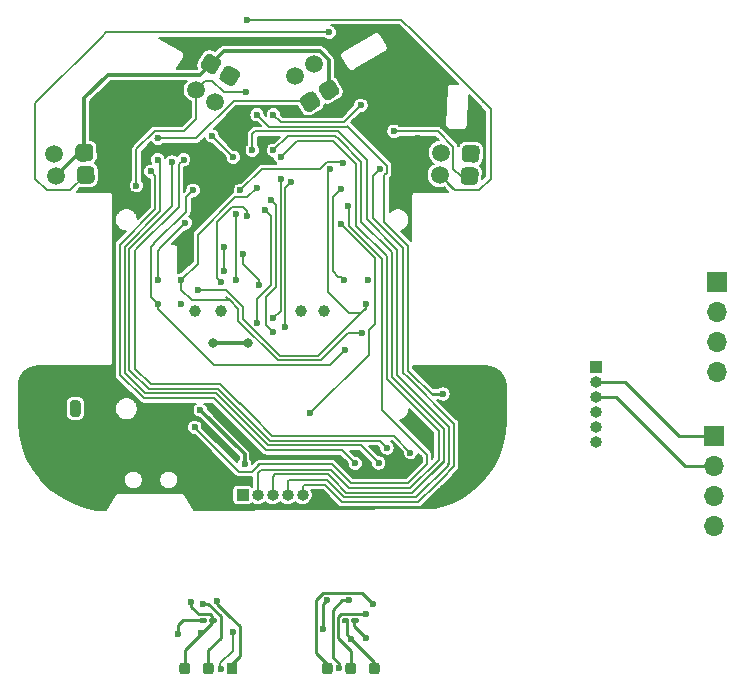
<source format=gbl>
G04 #@! TF.GenerationSoftware,KiCad,Pcbnew,(5.1.7)-1*
G04 #@! TF.CreationDate,2021-12-01T00:11:57+09:00*
G04 #@! TF.ProjectId,lapis,6c617069-732e-46b6-9963-61645f706362,rev?*
G04 #@! TF.SameCoordinates,Original*
G04 #@! TF.FileFunction,Copper,L2,Bot*
G04 #@! TF.FilePolarity,Positive*
%FSLAX46Y46*%
G04 Gerber Fmt 4.6, Leading zero omitted, Abs format (unit mm)*
G04 Created by KiCad (PCBNEW (5.1.7)-1) date 2021-12-01 00:11:57*
%MOMM*%
%LPD*%
G01*
G04 APERTURE LIST*
G04 #@! TA.AperFunction,ComponentPad*
%ADD10O,1.700000X1.700000*%
G04 #@! TD*
G04 #@! TA.AperFunction,ComponentPad*
%ADD11R,1.700000X1.700000*%
G04 #@! TD*
G04 #@! TA.AperFunction,ComponentPad*
%ADD12O,1.000000X1.000000*%
G04 #@! TD*
G04 #@! TA.AperFunction,ComponentPad*
%ADD13R,1.000000X1.000000*%
G04 #@! TD*
G04 #@! TA.AperFunction,ComponentPad*
%ADD14C,1.000000*%
G04 #@! TD*
G04 #@! TA.AperFunction,ComponentPad*
%ADD15C,1.500000*%
G04 #@! TD*
G04 #@! TA.AperFunction,ComponentPad*
%ADD16O,0.900000X1.400000*%
G04 #@! TD*
G04 #@! TA.AperFunction,ViaPad*
%ADD17C,0.600000*%
G04 #@! TD*
G04 #@! TA.AperFunction,ViaPad*
%ADD18C,0.800000*%
G04 #@! TD*
G04 #@! TA.AperFunction,Conductor*
%ADD19C,0.200000*%
G04 #@! TD*
G04 #@! TA.AperFunction,Conductor*
%ADD20C,0.300000*%
G04 #@! TD*
G04 #@! TA.AperFunction,Conductor*
%ADD21C,0.250000*%
G04 #@! TD*
G04 #@! TA.AperFunction,Conductor*
%ADD22C,0.100000*%
G04 #@! TD*
G04 APERTURE END LIST*
D10*
X183500000Y-124620000D03*
X183500000Y-122080000D03*
X183500000Y-119540000D03*
D11*
X183500000Y-117000000D03*
D10*
X183750000Y-111620000D03*
X183750000Y-109080000D03*
X183750000Y-106540000D03*
D11*
X183750000Y-104000000D03*
D12*
X173550000Y-117525000D03*
X173550000Y-116255000D03*
X173550000Y-114985000D03*
X173550000Y-113715000D03*
X173550000Y-112445000D03*
D13*
X173550000Y-111175000D03*
X143580000Y-121990000D03*
D12*
X144850000Y-121990000D03*
X146120000Y-121990000D03*
X147390000Y-121990000D03*
X148660000Y-121990000D03*
X149930000Y-121990000D03*
D14*
X148500000Y-106400000D03*
X150500000Y-106400000D03*
X141800000Y-106400000D03*
X139600000Y-106400000D03*
G04 #@! TA.AperFunction,SMDPad,CuDef*
G36*
G01*
X151200000Y-136415000D02*
X151200000Y-136965000D01*
G75*
G02*
X150975000Y-137190000I-225000J0D01*
G01*
X150525000Y-137190000D01*
G75*
G02*
X150300000Y-136965000I0J225000D01*
G01*
X150300000Y-136415000D01*
G75*
G02*
X150525000Y-136190000I225000J0D01*
G01*
X150975000Y-136190000D01*
G75*
G02*
X151200000Y-136415000I0J-225000D01*
G01*
G37*
G04 #@! TD.AperFunction*
G04 #@! TA.AperFunction,SMDPad,CuDef*
G36*
G01*
X153200000Y-136415000D02*
X153200000Y-136965000D01*
G75*
G02*
X152975000Y-137190000I-225000J0D01*
G01*
X152525000Y-137190000D01*
G75*
G02*
X152300000Y-136965000I0J225000D01*
G01*
X152300000Y-136415000D01*
G75*
G02*
X152525000Y-136190000I225000J0D01*
G01*
X152975000Y-136190000D01*
G75*
G02*
X153200000Y-136415000I0J-225000D01*
G01*
G37*
G04 #@! TD.AperFunction*
G04 #@! TA.AperFunction,SMDPad,CuDef*
G36*
G01*
X155200000Y-136415000D02*
X155200000Y-136965000D01*
G75*
G02*
X154975000Y-137190000I-225000J0D01*
G01*
X154525000Y-137190000D01*
G75*
G02*
X154300000Y-136965000I0J225000D01*
G01*
X154300000Y-136415000D01*
G75*
G02*
X154525000Y-136190000I225000J0D01*
G01*
X154975000Y-136190000D01*
G75*
G02*
X155200000Y-136415000I0J-225000D01*
G01*
G37*
G04 #@! TD.AperFunction*
G04 #@! TA.AperFunction,SMDPad,CuDef*
G36*
G01*
X139145000Y-136415000D02*
X139145000Y-136965000D01*
G75*
G02*
X138920000Y-137190000I-225000J0D01*
G01*
X138470000Y-137190000D01*
G75*
G02*
X138245000Y-136965000I0J225000D01*
G01*
X138245000Y-136415000D01*
G75*
G02*
X138470000Y-136190000I225000J0D01*
G01*
X138920000Y-136190000D01*
G75*
G02*
X139145000Y-136415000I0J-225000D01*
G01*
G37*
G04 #@! TD.AperFunction*
G04 #@! TA.AperFunction,SMDPad,CuDef*
G36*
G01*
X141145000Y-136415000D02*
X141145000Y-136965000D01*
G75*
G02*
X140920000Y-137190000I-225000J0D01*
G01*
X140470000Y-137190000D01*
G75*
G02*
X140245000Y-136965000I0J225000D01*
G01*
X140245000Y-136415000D01*
G75*
G02*
X140470000Y-136190000I225000J0D01*
G01*
X140920000Y-136190000D01*
G75*
G02*
X141145000Y-136415000I0J-225000D01*
G01*
G37*
G04 #@! TD.AperFunction*
G04 #@! TA.AperFunction,SMDPad,CuDef*
G36*
G01*
X143145000Y-136415000D02*
X143145000Y-136965000D01*
G75*
G02*
X142920000Y-137190000I-225000J0D01*
G01*
X142470000Y-137190000D01*
G75*
G02*
X142245000Y-136965000I0J225000D01*
G01*
X142245000Y-136415000D01*
G75*
G02*
X142470000Y-136190000I225000J0D01*
G01*
X142920000Y-136190000D01*
G75*
G02*
X143145000Y-136415000I0J-225000D01*
G01*
G37*
G04 #@! TD.AperFunction*
G04 #@! TA.AperFunction,SMDPad,CuDef*
G36*
G01*
X140760000Y-132710000D02*
X140760000Y-132510000D01*
G75*
G02*
X140860000Y-132410000I100000J0D01*
G01*
X141295000Y-132410000D01*
G75*
G02*
X141395000Y-132510000I0J-100000D01*
G01*
X141395000Y-132710000D01*
G75*
G02*
X141295000Y-132810000I-100000J0D01*
G01*
X140860000Y-132810000D01*
G75*
G02*
X140760000Y-132710000I0J100000D01*
G01*
G37*
G04 #@! TD.AperFunction*
G04 #@! TA.AperFunction,SMDPad,CuDef*
G36*
G01*
X139945000Y-132710000D02*
X139945000Y-132510000D01*
G75*
G02*
X140045000Y-132410000I100000J0D01*
G01*
X140480000Y-132410000D01*
G75*
G02*
X140580000Y-132510000I0J-100000D01*
G01*
X140580000Y-132710000D01*
G75*
G02*
X140480000Y-132810000I-100000J0D01*
G01*
X140045000Y-132810000D01*
G75*
G02*
X139945000Y-132710000I0J100000D01*
G01*
G37*
G04 #@! TD.AperFunction*
G04 #@! TA.AperFunction,SMDPad,CuDef*
G36*
G01*
X152800000Y-132730000D02*
X152800000Y-132530000D01*
G75*
G02*
X152900000Y-132430000I100000J0D01*
G01*
X153335000Y-132430000D01*
G75*
G02*
X153435000Y-132530000I0J-100000D01*
G01*
X153435000Y-132730000D01*
G75*
G02*
X153335000Y-132830000I-100000J0D01*
G01*
X152900000Y-132830000D01*
G75*
G02*
X152800000Y-132730000I0J100000D01*
G01*
G37*
G04 #@! TD.AperFunction*
G04 #@! TA.AperFunction,SMDPad,CuDef*
G36*
G01*
X151985000Y-132730000D02*
X151985000Y-132530000D01*
G75*
G02*
X152085000Y-132430000I100000J0D01*
G01*
X152520000Y-132430000D01*
G75*
G02*
X152620000Y-132530000I0J-100000D01*
G01*
X152620000Y-132730000D01*
G75*
G02*
X152520000Y-132830000I-100000J0D01*
G01*
X152085000Y-132830000D01*
G75*
G02*
X151985000Y-132730000I0J100000D01*
G01*
G37*
G04 #@! TD.AperFunction*
D15*
X160261547Y-94911355D03*
G04 #@! TA.AperFunction,ComponentPad*
G36*
G01*
X163562631Y-94651403D02*
X163536456Y-95400946D01*
G75*
G02*
X163148597Y-95762631I-374772J13087D01*
G01*
X162399054Y-95736456D01*
G75*
G02*
X162037369Y-95348597I13087J374772D01*
G01*
X162063544Y-94599054D01*
G75*
G02*
X162451403Y-94237369I374772J-13087D01*
G01*
X163200946Y-94263544D01*
G75*
G02*
X163562631Y-94651403I-13087J-374772D01*
G01*
G37*
G04 #@! TD.AperFunction*
G04 #@! TA.AperFunction,ComponentPad*
G36*
G01*
X149999760Y-89162020D02*
X149350240Y-89537020D01*
G75*
G02*
X148837980Y-89399760I-187500J324760D01*
G01*
X148462980Y-88750240D01*
G75*
G02*
X148600240Y-88237980I324760J187500D01*
G01*
X149249760Y-87862980D01*
G75*
G02*
X149762020Y-88000240I187500J-324760D01*
G01*
X150137020Y-88649760D01*
G75*
G02*
X149999760Y-89162020I-324760J-187500D01*
G01*
G37*
G04 #@! TD.AperFunction*
X148030000Y-86500295D03*
X141230000Y-88699705D03*
G04 #@! TA.AperFunction,ComponentPad*
G36*
G01*
X142550240Y-85662980D02*
X143199760Y-86037980D01*
G75*
G02*
X143337020Y-86550240I-187500J-324760D01*
G01*
X142962020Y-87199760D01*
G75*
G02*
X142449760Y-87337020I-324760J187500D01*
G01*
X141800240Y-86962020D01*
G75*
G02*
X141662980Y-86449760I187500J324760D01*
G01*
X142037980Y-85800240D01*
G75*
G02*
X142550240Y-85662980I324760J-187500D01*
G01*
G37*
G04 #@! TD.AperFunction*
X127761547Y-94988645D03*
G04 #@! TA.AperFunction,ComponentPad*
G36*
G01*
X131036456Y-94499054D02*
X131062631Y-95248597D01*
G75*
G02*
X130700946Y-95636456I-374772J-13087D01*
G01*
X129951403Y-95662631D01*
G75*
G02*
X129563544Y-95300946I-13087J374772D01*
G01*
X129537369Y-94551403D01*
G75*
G02*
X129899054Y-94163544I374772J13087D01*
G01*
X130648597Y-94137369D01*
G75*
G02*
X131036456Y-94499054I13087J-374772D01*
G01*
G37*
G04 #@! TD.AperFunction*
G04 #@! TA.AperFunction,ComponentPad*
G36*
G01*
X130936456Y-92599054D02*
X130962631Y-93348597D01*
G75*
G02*
X130600946Y-93736456I-374772J-13087D01*
G01*
X129851403Y-93762631D01*
G75*
G02*
X129463544Y-93400946I-13087J374772D01*
G01*
X129437369Y-92651403D01*
G75*
G02*
X129799054Y-92263544I374772J13087D01*
G01*
X130548597Y-92237369D01*
G75*
G02*
X130936456Y-92599054I13087J-374772D01*
G01*
G37*
G04 #@! TD.AperFunction*
X127661547Y-93088645D03*
G04 #@! TA.AperFunction,ComponentPad*
G36*
G01*
X151599760Y-88162020D02*
X150950240Y-88537020D01*
G75*
G02*
X150437980Y-88399760I-187500J324760D01*
G01*
X150062980Y-87750240D01*
G75*
G02*
X150200240Y-87237980I324760J187500D01*
G01*
X150849760Y-86862980D01*
G75*
G02*
X151362020Y-87000240I187500J-324760D01*
G01*
X151737020Y-87649760D01*
G75*
G02*
X151599760Y-88162020I-324760J-187500D01*
G01*
G37*
G04 #@! TD.AperFunction*
X149630000Y-85500295D03*
X139630000Y-87699705D03*
G04 #@! TA.AperFunction,ComponentPad*
G36*
G01*
X140950240Y-84662980D02*
X141599760Y-85037980D01*
G75*
G02*
X141737020Y-85550240I-187500J-324760D01*
G01*
X141362020Y-86199760D01*
G75*
G02*
X140849760Y-86337020I-324760J187500D01*
G01*
X140200240Y-85962020D01*
G75*
G02*
X140062980Y-85449760I187500J324760D01*
G01*
X140437980Y-84800240D01*
G75*
G02*
X140950240Y-84662980I324760J-187500D01*
G01*
G37*
G04 #@! TD.AperFunction*
X160361547Y-93011355D03*
G04 #@! TA.AperFunction,ComponentPad*
G36*
G01*
X163662631Y-92751403D02*
X163636456Y-93500946D01*
G75*
G02*
X163248597Y-93862631I-374772J13087D01*
G01*
X162499054Y-93836456D01*
G75*
G02*
X162137369Y-93448597I13087J374772D01*
G01*
X162163544Y-92699054D01*
G75*
G02*
X162551403Y-92337369I374772J-13087D01*
G01*
X163300946Y-92363544D01*
G75*
G02*
X163662631Y-92751403I-13087J-374772D01*
G01*
G37*
G04 #@! TD.AperFunction*
D16*
X128175000Y-114675000D03*
G04 #@! TA.AperFunction,ComponentPad*
G36*
G01*
X129875000Y-114200000D02*
X129875000Y-115150000D01*
G75*
G02*
X129650000Y-115375000I-225000J0D01*
G01*
X129200000Y-115375000D01*
G75*
G02*
X128975000Y-115150000I0J225000D01*
G01*
X128975000Y-114200000D01*
G75*
G02*
X129200000Y-113975000I225000J0D01*
G01*
X129650000Y-113975000D01*
G75*
G02*
X129875000Y-114200000I0J-225000D01*
G01*
G37*
G04 #@! TD.AperFunction*
D17*
X138360000Y-101690000D03*
X153600000Y-89000000D03*
X154000000Y-105800000D03*
X136400000Y-105800000D03*
X138400000Y-105800000D03*
X152200000Y-103800000D03*
X151899999Y-96099999D03*
X154200000Y-103800000D03*
X138400000Y-103800000D03*
X136400000Y-103800000D03*
X138752506Y-98952506D03*
X132400000Y-93600000D03*
X158400000Y-91800000D03*
X156800000Y-94800000D03*
X164200000Y-113000000D03*
X140600000Y-122400000D03*
X125600000Y-116400000D03*
X132800000Y-113200000D03*
X133400000Y-92200000D03*
X137400000Y-90400000D03*
X146000000Y-83600000D03*
X157600000Y-99800000D03*
X133600000Y-97200000D03*
X141400000Y-115000000D03*
X161800000Y-121600000D03*
X158400000Y-86200000D03*
X138600000Y-83800000D03*
X158000000Y-116000000D03*
X132000000Y-119400000D03*
X131800000Y-88800000D03*
D18*
X144060000Y-109140000D03*
D17*
X143750000Y-119350000D03*
D18*
X141092500Y-109107500D03*
D17*
X140000000Y-114800000D03*
X150920000Y-82830000D03*
X136400000Y-91800000D03*
X143949991Y-81749991D03*
X156400000Y-91200000D03*
X152100000Y-93900000D03*
X143400000Y-96200000D03*
X143892500Y-87892500D03*
X134600000Y-95800000D03*
X150400000Y-133300000D03*
X150700000Y-130900000D03*
X139220000Y-131020000D03*
X140060000Y-133700000D03*
X154050000Y-134090000D03*
X152800000Y-134200000D03*
X138150000Y-133800000D03*
X152600000Y-130900000D03*
X140250000Y-131200000D03*
X151750000Y-136670000D03*
X141450000Y-131000000D03*
X154600000Y-131200000D03*
X142750000Y-133600000D03*
X154004990Y-132104990D03*
X141725000Y-136725000D03*
X146200000Y-107000000D03*
X146800000Y-95200000D03*
X147200000Y-107800000D03*
X147700000Y-95500000D03*
X160562500Y-113437500D03*
X144800000Y-89800000D03*
X141000000Y-91600000D03*
X142800000Y-93400000D03*
X155200000Y-94400000D03*
X144400000Y-92800000D03*
X153700000Y-108300000D03*
X144800000Y-96000000D03*
X139800000Y-104600000D03*
X151000000Y-94400000D03*
X152300000Y-109700000D03*
X139400000Y-96200000D03*
X144000000Y-98400000D03*
X141800000Y-104000000D03*
X143600000Y-101600000D03*
X145000000Y-104200000D03*
X143000000Y-103800000D03*
X143000000Y-98200000D03*
X142000000Y-101000000D03*
X142000000Y-103000000D03*
X152500000Y-97500000D03*
X139532500Y-116267500D03*
X157800000Y-118400000D03*
X157800000Y-118400000D03*
X138600000Y-93600000D03*
X155800000Y-118000000D03*
X137600000Y-93800000D03*
X155107500Y-119292500D03*
X136400000Y-93600000D03*
X153125000Y-119325000D03*
X135800000Y-94600000D03*
X144800000Y-107400000D03*
X145500000Y-97900000D03*
X146200000Y-108200000D03*
X146000000Y-97000000D03*
X149307500Y-115092500D03*
X151916624Y-99083376D03*
X146800000Y-93400000D03*
X146200000Y-92800000D03*
X146200000Y-89800000D03*
D19*
X152200000Y-103800000D02*
X151899999Y-103499999D01*
X151899999Y-96099999D02*
X151899999Y-96099999D01*
X151899999Y-103499999D02*
X151699999Y-103499999D01*
X151699999Y-103499999D02*
X151200000Y-103000000D01*
X151200000Y-96799998D02*
X151899999Y-96099999D01*
X151200000Y-103000000D02*
X151200000Y-96799998D01*
X138752506Y-98952506D02*
X138800000Y-98905012D01*
X136400000Y-101305012D02*
X136752506Y-100952506D01*
X136400000Y-103800000D02*
X136400000Y-101305012D01*
X136752506Y-100952506D02*
X138752506Y-98952506D01*
X136600000Y-101105012D02*
X136752506Y-100952506D01*
D20*
X141125000Y-109140000D02*
X141092500Y-109107500D01*
X129750192Y-93000000D02*
X130200000Y-93000000D01*
X127761547Y-94988645D02*
X129750192Y-93000000D01*
X141230000Y-85830000D02*
X140900000Y-85500000D01*
X141999706Y-84400294D02*
X140900000Y-85500000D01*
X150158001Y-84400294D02*
X141999706Y-84400294D01*
X150900000Y-85142293D02*
X150158001Y-84400294D01*
X150900000Y-87700000D02*
X150900000Y-85142293D01*
X140800000Y-115600000D02*
X140800000Y-115600000D01*
X144060000Y-109140000D02*
X141125000Y-109140000D01*
X130200000Y-93000000D02*
X130200000Y-88400000D01*
X130200000Y-88400000D02*
X132200000Y-86400000D01*
X140000000Y-86400000D02*
X140900000Y-85500000D01*
X132200000Y-86400000D02*
X140000000Y-86400000D01*
X143750000Y-118550000D02*
X143750000Y-119350000D01*
X140000000Y-114800000D02*
X143750000Y-118550000D01*
D19*
X129000000Y-96200000D02*
X130300000Y-94900000D01*
X127000000Y-96200000D02*
X129000000Y-96200000D01*
X126000000Y-95200000D02*
X127000000Y-96200000D01*
X126000000Y-88843534D02*
X126000000Y-95200000D01*
X142783707Y-88700000D02*
X139683707Y-91800000D01*
X139683707Y-91800000D02*
X136400000Y-91800000D01*
X136400000Y-91800000D02*
X136200000Y-91800000D01*
X142783707Y-88700000D02*
X142783707Y-88616293D01*
X142783707Y-88616293D02*
X142800000Y-88600000D01*
X149200000Y-88600000D02*
X149300000Y-88700000D01*
X142800000Y-88600000D02*
X149200000Y-88600000D01*
X160261547Y-94911355D02*
X161412833Y-96062641D01*
X143949991Y-81749991D02*
X143949991Y-81749991D01*
X158058140Y-82800000D02*
X157008131Y-81749991D01*
X157008131Y-81749991D02*
X143949991Y-81749991D01*
X160261547Y-94911355D02*
X161550192Y-96200000D01*
X161550192Y-96200000D02*
X163600000Y-96200000D01*
X163600000Y-96200000D02*
X164600000Y-95200000D01*
X164600000Y-89341860D02*
X163829070Y-88570930D01*
X164600000Y-95200000D02*
X164600000Y-89341860D01*
X163829070Y-88570930D02*
X158058140Y-82800000D01*
X163962641Y-88704501D02*
X163829070Y-88570930D01*
X161411548Y-92507354D02*
X160104194Y-91200000D01*
X161411548Y-94362005D02*
X161411548Y-92507354D01*
X162049543Y-95000000D02*
X161411548Y-94362005D01*
X162800000Y-95000000D02*
X162049543Y-95000000D01*
X160104194Y-91200000D02*
X156400000Y-91200000D01*
X156400000Y-91200000D02*
X156400000Y-91200000D01*
X152100000Y-93900000D02*
X152000000Y-93800000D01*
X150711998Y-93800000D02*
X150111998Y-94400000D01*
X152000000Y-93800000D02*
X150711998Y-93800000D01*
X150111998Y-94400000D02*
X145200000Y-94400000D01*
X145200000Y-94400000D02*
X143400000Y-96200000D01*
X140379999Y-86949706D02*
X139630000Y-87699705D01*
X141034003Y-86949706D02*
X140379999Y-86949706D01*
X141976797Y-87892500D02*
X141034003Y-86949706D01*
X143892500Y-87892500D02*
X141976797Y-87892500D01*
X134600000Y-92800000D02*
X134600000Y-92800000D01*
X134600000Y-95800000D02*
X134600000Y-95800000D01*
X134600000Y-92800000D02*
X134600000Y-95800000D01*
X134600000Y-92729705D02*
X134600000Y-92800000D01*
X136164853Y-91164853D02*
X134600000Y-92729705D01*
X138635147Y-91164853D02*
X136164853Y-91164853D01*
X139630000Y-90170000D02*
X138635147Y-91164853D01*
X139630000Y-87699705D02*
X139630000Y-90170000D01*
D21*
X150400000Y-133300000D02*
X150400000Y-131200000D01*
X150400000Y-131200000D02*
X150700000Y-130900000D01*
X150700000Y-130900000D02*
X150700000Y-130900000D01*
X141077500Y-132713558D02*
X141077500Y-132610000D01*
X140990000Y-132240352D02*
X140990000Y-132610000D01*
X140834638Y-132084990D02*
X140990000Y-132240352D01*
X139220000Y-131444264D02*
X139860726Y-132084990D01*
X139860726Y-132084990D02*
X140834638Y-132084990D01*
X139220000Y-131020000D02*
X139220000Y-131444264D01*
X138695000Y-135105000D02*
X138695000Y-135505000D01*
X140990000Y-132610000D02*
X140990000Y-132810000D01*
X140990000Y-132810000D02*
X138695000Y-135105000D01*
X138695000Y-136690000D02*
X138695000Y-135505000D01*
X153030000Y-133070000D02*
X154050000Y-134090000D01*
X153030000Y-132630000D02*
X153030000Y-133070000D01*
X138540000Y-132610000D02*
X138150000Y-133000000D01*
X138150000Y-133000000D02*
X138150000Y-133800000D01*
X138150000Y-133800000D02*
X138150000Y-133800000D01*
X138540000Y-132610000D02*
X140350000Y-132610000D01*
X152390000Y-133790000D02*
X152800000Y-134200000D01*
X152390000Y-132630000D02*
X152390000Y-133790000D01*
X154750000Y-136150000D02*
X152800000Y-134200000D01*
X154750000Y-136690000D02*
X154750000Y-136150000D01*
X152600000Y-130900000D02*
X152600000Y-130900000D01*
X152034315Y-130900000D02*
X151209980Y-131724335D01*
X152600000Y-130900000D02*
X152034315Y-130900000D01*
X140250000Y-131200000D02*
X140250000Y-131200000D01*
X151810000Y-136690000D02*
X151736412Y-136690000D01*
X151209980Y-131724335D02*
X151209980Y-135736790D01*
X151750000Y-136276810D02*
X151750000Y-136670000D01*
X151209980Y-135736790D02*
X151750000Y-136276810D01*
X140695000Y-135118590D02*
X140695000Y-136690000D01*
X141720010Y-134093580D02*
X140695000Y-135118590D01*
X141720010Y-132245746D02*
X141720010Y-134093580D01*
X140674264Y-131200000D02*
X141720010Y-132245746D01*
X140250000Y-131200000D02*
X140674264Y-131200000D01*
X142450000Y-132200000D02*
X141450000Y-131200000D01*
X141450000Y-131200000D02*
X141450000Y-131000000D01*
X141450000Y-131000000D02*
X141450000Y-131000000D01*
X142695000Y-136340000D02*
X142695000Y-136690000D01*
X143375001Y-135659999D02*
X142695000Y-136340000D01*
X143375001Y-133125001D02*
X143375001Y-135659999D01*
X142450000Y-132200000D02*
X143375001Y-133125001D01*
X154600000Y-131200000D02*
X154600000Y-131200000D01*
X150750000Y-136690000D02*
X150690000Y-136690000D01*
X149774999Y-130899999D02*
X149774999Y-135364999D01*
X150399999Y-130274999D02*
X149774999Y-130899999D01*
X153674999Y-130274999D02*
X150399999Y-130274999D01*
X154600000Y-131200000D02*
X153674999Y-130274999D01*
X150750000Y-136340000D02*
X150750000Y-136690000D01*
X149774999Y-135364999D02*
X150750000Y-136340000D01*
X151659990Y-132353952D02*
X151908952Y-132104990D01*
X152750000Y-135223002D02*
X151659990Y-134132992D01*
X151659990Y-134132992D02*
X151659990Y-132353952D01*
X152750000Y-136690000D02*
X152750000Y-135223002D01*
X151908952Y-132104990D02*
X154004990Y-132104990D01*
X142750000Y-133700000D02*
X142750000Y-133600000D01*
X142750000Y-133600000D02*
X142750000Y-133600000D01*
X154004990Y-132104990D02*
X154004990Y-132104990D01*
D19*
X142750000Y-135180000D02*
X141700000Y-136230000D01*
X142750000Y-133600000D02*
X142750000Y-135180000D01*
X141700000Y-136230000D02*
X141700000Y-136710000D01*
X141700000Y-136710000D02*
X141710000Y-136710000D01*
X141710000Y-136710000D02*
X141725000Y-136725000D01*
X141710000Y-136710000D02*
X141690000Y-136710000D01*
X146200000Y-107000000D02*
X146800000Y-106400000D01*
X146800000Y-95200000D02*
X146800000Y-95000000D01*
X146800000Y-106400000D02*
X146800000Y-95200000D01*
X147200000Y-96000000D02*
X147700000Y-95500000D01*
X147200000Y-107800000D02*
X147200000Y-96000000D01*
X147700000Y-95500000D02*
X147800000Y-95400000D01*
D21*
X160562500Y-113437500D02*
X159837500Y-113437500D01*
X160562500Y-113437500D02*
X159583140Y-113437500D01*
D19*
X159583140Y-113437500D02*
X157872820Y-111727180D01*
X157872820Y-111727180D02*
X157600040Y-111454400D01*
X157600040Y-111454400D02*
X157600040Y-111400000D01*
X144800000Y-89600000D02*
X144800000Y-89600000D01*
X145799970Y-90799970D02*
X144800000Y-89800000D01*
X152400030Y-90799970D02*
X145799970Y-90799970D01*
X152462501Y-90737499D02*
X152400030Y-90799970D01*
X155825001Y-94099999D02*
X152462501Y-90737499D01*
X155825001Y-94700001D02*
X155825001Y-94099999D01*
X155600000Y-94925002D02*
X155825001Y-94700001D01*
X155600000Y-98890770D02*
X155600000Y-94925002D01*
X157600040Y-100890810D02*
X155600000Y-98890770D01*
X157600040Y-111454400D02*
X157600040Y-100890810D01*
X142800000Y-93400000D02*
X141000000Y-91600000D01*
X148660000Y-121282894D02*
X148792864Y-121150030D01*
X148660000Y-121990000D02*
X148660000Y-121282894D01*
X157150030Y-111640800D02*
X157150030Y-102000000D01*
X157550030Y-112040800D02*
X157150030Y-111640800D01*
X157150030Y-102000000D02*
X157150030Y-101077210D01*
X157150030Y-101077210D02*
X157150028Y-101077208D01*
X157150028Y-101077208D02*
X154636410Y-98563590D01*
X154636410Y-98563590D02*
X154636410Y-96563590D01*
X154636410Y-96563590D02*
X154636410Y-96163590D01*
X154636410Y-96163590D02*
X154636410Y-94963590D01*
X154636410Y-94963590D02*
X155200000Y-94400000D01*
D21*
X155200000Y-94400000D02*
X155200000Y-94400000D01*
D19*
X148792864Y-121150030D02*
X150550030Y-121150030D01*
X150550030Y-121150030D02*
X152000000Y-122600000D01*
X152000000Y-122600000D02*
X158473872Y-122600000D01*
X158473872Y-122600000D02*
X159948844Y-121125028D01*
X161500029Y-119573843D02*
X160436936Y-120636936D01*
X160436936Y-120636936D02*
X160536936Y-120536936D01*
X159948844Y-121125028D02*
X160436936Y-120636936D01*
X161500029Y-119299971D02*
X161500029Y-115990799D01*
X161354615Y-115845385D02*
X157554615Y-112045385D01*
X161500029Y-119099971D02*
X161500029Y-119299971D01*
X161500029Y-115990799D02*
X161354615Y-115845385D01*
X161500029Y-119299971D02*
X161500029Y-119573843D01*
X161000000Y-119400038D02*
X161100019Y-119300019D01*
X152165699Y-122200000D02*
X158308174Y-122200000D01*
X150800000Y-120834301D02*
X152165699Y-122200000D01*
X158308174Y-122200000D02*
X161000000Y-119508174D01*
X150800000Y-120800000D02*
X150800000Y-120834301D01*
X150700020Y-120700020D02*
X150800000Y-120800000D01*
X147499980Y-120700020D02*
X150700020Y-120700020D01*
X147390000Y-120810000D02*
X147499980Y-120700020D01*
X161000000Y-119508174D02*
X161000000Y-119400038D01*
X147390000Y-121990000D02*
X147390000Y-120810000D01*
X161100019Y-119372799D02*
X161100019Y-119300019D01*
X161100019Y-116500019D02*
X161100019Y-119300019D01*
X161100018Y-116227198D02*
X161100019Y-116500019D01*
X156700020Y-111827200D02*
X161100018Y-116227198D01*
X156700020Y-102013600D02*
X156700020Y-111827200D01*
X156700019Y-101263609D02*
X156700020Y-102013600D01*
X154100018Y-98663608D02*
X156700019Y-101263609D01*
X154100018Y-93627198D02*
X154100018Y-98663608D01*
X151672800Y-91199980D02*
X154100018Y-93627198D01*
X144600020Y-91199980D02*
X151672800Y-91199980D01*
X144400000Y-91400000D02*
X144600020Y-91199980D01*
X144400000Y-92800000D02*
X144400000Y-92800000D01*
X144400000Y-92800000D02*
X144400000Y-91400000D01*
X143200000Y-107243998D02*
X146556002Y-110600000D01*
X143200000Y-106215998D02*
X143200000Y-107243998D01*
X142492001Y-105507999D02*
X143200000Y-106215998D01*
X142184001Y-105199999D02*
X142492001Y-105507999D01*
X138400000Y-104600000D02*
X138400000Y-103800000D01*
X139307999Y-105507999D02*
X138400000Y-104600000D01*
X142492001Y-105507999D02*
X139307999Y-105507999D01*
X153700000Y-108300000D02*
X152500000Y-108300000D01*
X152500000Y-108300000D02*
X150400000Y-110400000D01*
X150400000Y-110400000D02*
X150200000Y-110600000D01*
X146556002Y-110600000D02*
X150200000Y-110600000D01*
X142946298Y-96800001D02*
X143999999Y-96800001D01*
X139800001Y-99946298D02*
X142946298Y-96800001D01*
X139800001Y-102399999D02*
X139800001Y-99946298D01*
X138400000Y-103800000D02*
X139800001Y-102399999D01*
X143999999Y-96800001D02*
X144800000Y-96000000D01*
X144800000Y-96000000D02*
X145000000Y-95800000D01*
X143600010Y-106050309D02*
X142149701Y-104600000D01*
X143600010Y-107078310D02*
X143600010Y-106050309D01*
X146721690Y-110199990D02*
X143600010Y-107078310D01*
X142149701Y-104600000D02*
X140200000Y-104600000D01*
X140200000Y-104600000D02*
X139800000Y-104600000D01*
X139800000Y-104600000D02*
X139800000Y-104600000D01*
X154000000Y-106199980D02*
X149999990Y-110199990D01*
X154000000Y-105800000D02*
X154000000Y-106199980D01*
X149999990Y-110199990D02*
X146721690Y-110199990D01*
X150799990Y-104794978D02*
X150799990Y-96312006D01*
X153624254Y-106600010D02*
X152605022Y-106600010D01*
X154000000Y-106224264D02*
X153624254Y-106600010D01*
X152605022Y-106600010D02*
X150799990Y-104794978D01*
X154000000Y-105800000D02*
X154000000Y-106224264D01*
X150799990Y-96312006D02*
X150799990Y-94600010D01*
X150799990Y-94600010D02*
X151000000Y-94400000D01*
X151000000Y-94400000D02*
X151000000Y-94400000D01*
X136400000Y-106224264D02*
X136400000Y-105800000D01*
X141175746Y-111000010D02*
X136400000Y-106224264D01*
X150999990Y-111000010D02*
X141175746Y-111000010D01*
X152300000Y-109700000D02*
X150999990Y-111000010D01*
X136400000Y-105800000D02*
X135999999Y-105399999D01*
X138817010Y-98000000D02*
X138817010Y-96782990D01*
X138817010Y-96782990D02*
X139400000Y-96200000D01*
X139400000Y-96200000D02*
X139400000Y-96200000D01*
X135799999Y-105199999D02*
X135799999Y-101017011D01*
X136400000Y-105800000D02*
X135799999Y-105199999D01*
X135799999Y-101017011D02*
X136208505Y-100608505D01*
X136208505Y-100608505D02*
X138817010Y-98000000D01*
X135999999Y-100817011D02*
X136208505Y-100608505D01*
X141399999Y-98911999D02*
X141399999Y-103599999D01*
X143624263Y-97599999D02*
X142711999Y-97599999D01*
X144000000Y-97975736D02*
X143624263Y-97599999D01*
X142711999Y-97599999D02*
X141399999Y-98911999D01*
X144000000Y-98400000D02*
X144000000Y-97975736D01*
X141399999Y-103599999D02*
X141800000Y-104000000D01*
X141800000Y-104000000D02*
X141800000Y-104000000D01*
X143600000Y-101600000D02*
X143600000Y-102400000D01*
X143600000Y-102400000D02*
X145000000Y-103800000D01*
X145000000Y-103800000D02*
X145000000Y-103800000D01*
X145000000Y-103800000D02*
X145000000Y-104200000D01*
X145000000Y-104200000D02*
X145000000Y-104200000D01*
X143000000Y-98200000D02*
X143000000Y-103800000D01*
X142000000Y-101000000D02*
X142000000Y-102800000D01*
X142000000Y-102800000D02*
X142000000Y-103000000D01*
X142000000Y-103000000D02*
X142000000Y-103000000D01*
X142000000Y-103000000D02*
X142000000Y-103000000D01*
X143290737Y-120050001D02*
X144348945Y-120050001D01*
X139532500Y-116291764D02*
X143290737Y-120050001D01*
X155374990Y-101976044D02*
X152600000Y-99201054D01*
X155374990Y-114774990D02*
X155374990Y-101976044D01*
X152600000Y-99201054D02*
X152600000Y-97600000D01*
X152600000Y-97600000D02*
X152500000Y-97500000D01*
X159200000Y-118600000D02*
X159200000Y-119400000D01*
X159200000Y-119400000D02*
X157800000Y-120800000D01*
X157800000Y-120800000D02*
X157800000Y-120834302D01*
X159200000Y-118600000D02*
X155374990Y-114774990D01*
X157800000Y-120834302D02*
X157634332Y-120999970D01*
X144998954Y-119399992D02*
X144799473Y-119599473D01*
X151165690Y-119399992D02*
X144998954Y-119399992D01*
X152765668Y-120999970D02*
X151165690Y-119399992D01*
X157634332Y-120999970D02*
X152765668Y-120999970D01*
X144799473Y-119599473D02*
X145023956Y-119374990D01*
X144348945Y-120050001D02*
X144799473Y-119599473D01*
X139532500Y-116267500D02*
X139532500Y-116291764D01*
X138600000Y-93600000D02*
X138600000Y-93600000D01*
X156399970Y-116999970D02*
X157800000Y-118400000D01*
X138200000Y-94000000D02*
X138200000Y-97600000D01*
X138200000Y-97600000D02*
X134599999Y-101200001D01*
X134599999Y-101200001D02*
X134594187Y-101200001D01*
X138600000Y-93600000D02*
X138200000Y-94000000D01*
X134594187Y-101200001D02*
X134497094Y-101297094D01*
X142297076Y-113199980D02*
X142765716Y-113668619D01*
X142765716Y-113668619D02*
X142765717Y-113668623D01*
X146097064Y-116999970D02*
X156399970Y-116999970D01*
X144348547Y-115251453D02*
X141697094Y-112600000D01*
X142765717Y-113668623D02*
X144348547Y-115251453D01*
X144348547Y-115251453D02*
X146097064Y-116999970D01*
X135794188Y-112600000D02*
X134497094Y-111302906D01*
X141697094Y-112600000D02*
X135794188Y-112600000D01*
X134497094Y-101297094D02*
X134497094Y-111302906D01*
X134000020Y-101131376D02*
X137000008Y-98131388D01*
X137600000Y-97531396D02*
X137165698Y-97965698D01*
X134000020Y-101131376D02*
X137165698Y-97965698D01*
X134000020Y-111371531D02*
X135628489Y-113000000D01*
X134000020Y-101131376D02*
X134000020Y-111371531D01*
X145931376Y-117399980D02*
X155199980Y-117399980D01*
X141531396Y-113000000D02*
X145931376Y-117399980D01*
X135628489Y-113000000D02*
X141531396Y-113000000D01*
X155199980Y-117399980D02*
X155800000Y-118000000D01*
X155800000Y-118000000D02*
X155800000Y-118000000D01*
X137600000Y-93800000D02*
X137600000Y-97531396D01*
X133600010Y-100965688D02*
X136600000Y-97965698D01*
X133600010Y-111634312D02*
X133600010Y-100965688D01*
X136600000Y-96000000D02*
X136600000Y-93800000D01*
X136600000Y-97965698D02*
X136600000Y-96000000D01*
X136600000Y-96000000D02*
X136600000Y-94600000D01*
X136600000Y-93800000D02*
X136400000Y-93600000D01*
X136400000Y-93600000D02*
X136400000Y-93600000D01*
X135365717Y-113400020D02*
X133600010Y-111634313D01*
X133600010Y-111634313D02*
X133600010Y-111199990D01*
X141365718Y-113400020D02*
X135365717Y-113400020D01*
X145765688Y-117799990D02*
X141365718Y-113400020D01*
X153614990Y-117799990D02*
X145765688Y-117799990D01*
X155107500Y-119292500D02*
X153614990Y-117799990D01*
X133200000Y-100800000D02*
X136200000Y-97800000D01*
X136200000Y-97800000D02*
X136200000Y-95000000D01*
X136200000Y-95000000D02*
X135800000Y-94600000D01*
X135800000Y-94600000D02*
X135800000Y-94600000D01*
X135200028Y-113800030D02*
X133200000Y-111800002D01*
X141200030Y-113800030D02*
X135200028Y-113800030D01*
X152000000Y-118200000D02*
X145600000Y-118200000D01*
X153125000Y-119325000D02*
X152000000Y-118200000D01*
X133200000Y-111800002D02*
X133200000Y-111000000D01*
X145600000Y-118200000D02*
X141200030Y-113800030D01*
X133200000Y-111000000D02*
X133200000Y-100800000D01*
X133200000Y-111800000D02*
X133200000Y-111000000D01*
X144800000Y-105400000D02*
X146000000Y-104200000D01*
X146000000Y-104200000D02*
X146000000Y-98400000D01*
X146000000Y-98400000D02*
X145500000Y-97900000D01*
X144800000Y-105400000D02*
X144800000Y-107400000D01*
X146200000Y-108200000D02*
X145599999Y-107599999D01*
X145599999Y-107599999D02*
X145599999Y-105200001D01*
X145599999Y-105200001D02*
X146400000Y-104400000D01*
X146400000Y-104400000D02*
X146400000Y-97400000D01*
X146400000Y-97400000D02*
X146000000Y-97000000D01*
X154800001Y-107511999D02*
X154800001Y-102005013D01*
X154300001Y-108011999D02*
X154800001Y-107511999D01*
X154300001Y-110099999D02*
X154300001Y-108011999D01*
X149307500Y-115092500D02*
X154300001Y-110099999D01*
X151916624Y-99083376D02*
X151800000Y-98966752D01*
X154800001Y-101966753D02*
X151916624Y-99083376D01*
X154800001Y-102005013D02*
X154800001Y-101966753D01*
X144850000Y-120150000D02*
X144850000Y-121990000D01*
X145150000Y-119850000D02*
X144850000Y-120150000D01*
X151050000Y-119850000D02*
X145150000Y-119850000D01*
X157800020Y-121399980D02*
X152599980Y-121399980D01*
X152599980Y-121399980D02*
X151050000Y-119850000D01*
X160200000Y-116600000D02*
X160200000Y-119000000D01*
X153200000Y-99200000D02*
X155800000Y-101800000D01*
X160200000Y-119000000D02*
X157800020Y-121399980D01*
X153200000Y-94000000D02*
X153200000Y-99200000D01*
X155800000Y-112200000D02*
X160200000Y-116600000D01*
X155800000Y-101800000D02*
X155800000Y-112200000D01*
X147400000Y-92800000D02*
X147400000Y-92800000D01*
X147400000Y-92800000D02*
X146800000Y-93400000D01*
X146800000Y-93400000D02*
X146800000Y-93400000D01*
X151200000Y-92000000D02*
X148200000Y-92000000D01*
X148200000Y-92000000D02*
X147400000Y-92800000D01*
X151200000Y-92000000D02*
X153200000Y-94000000D01*
X159586401Y-120250009D02*
X160650010Y-119186400D01*
X160650010Y-119186400D02*
X160650009Y-116413599D01*
X146120000Y-120480000D02*
X146349990Y-120250010D01*
X146120000Y-121990000D02*
X146120000Y-120480000D01*
X160650009Y-119115689D02*
X157965708Y-121799990D01*
X160650009Y-116413599D02*
X160650009Y-119115689D01*
X157965708Y-121799990D02*
X152331387Y-121799990D01*
X150815709Y-120250010D02*
X146349990Y-120250010D01*
X151200010Y-120634311D02*
X150815709Y-120250010D01*
X151200010Y-120668613D02*
X151200010Y-120634311D01*
X152331387Y-121799990D02*
X151200010Y-120668613D01*
X156250010Y-102200000D02*
X156250010Y-101450010D01*
X156250010Y-101450010D02*
X153650010Y-98850010D01*
X153650010Y-98850010D02*
X153650009Y-93813599D01*
X160650009Y-116413599D02*
X156250010Y-112013600D01*
X156250010Y-112013600D02*
X156250010Y-102200000D01*
X147400000Y-91600000D02*
X146200000Y-92800000D01*
X146200000Y-92800000D02*
X146200000Y-92800000D01*
X151436400Y-91599990D02*
X151718205Y-91881795D01*
X147400010Y-91599990D02*
X151436400Y-91599990D01*
X146200000Y-92800000D02*
X147400010Y-91599990D01*
X153650009Y-93813599D02*
X151718205Y-91881795D01*
X146200000Y-89800000D02*
X146200000Y-89800000D01*
X152200040Y-90399960D02*
X153600000Y-89000000D01*
X146799960Y-90399960D02*
X152200040Y-90399960D01*
X146200000Y-89800000D02*
X146799960Y-90399960D01*
X132013534Y-82830000D02*
X131661767Y-83181767D01*
X150920000Y-82830000D02*
X132013534Y-82830000D01*
X131661767Y-83181767D02*
X126000000Y-88843534D01*
X132021767Y-82821767D02*
X131661767Y-83181767D01*
D21*
X173550000Y-113715000D02*
X175215000Y-113715000D01*
X181040000Y-119540000D02*
X183000000Y-119540000D01*
X175215000Y-113715000D02*
X181040000Y-119540000D01*
X183000000Y-117000000D02*
X180500000Y-117000000D01*
X175945000Y-112445000D02*
X173550000Y-112445000D01*
X180500000Y-117000000D02*
X175945000Y-112445000D01*
D19*
X157755572Y-83133828D02*
X157755578Y-83133833D01*
X161804039Y-87182295D01*
X161292442Y-87164429D01*
X161272886Y-87161811D01*
X161253194Y-87163058D01*
X161253184Y-87163058D01*
X161197851Y-87166564D01*
X161194250Y-87166792D01*
X161118099Y-87187019D01*
X161047356Y-87221714D01*
X160984740Y-87269544D01*
X160973204Y-87282641D01*
X160932659Y-87328670D01*
X160893114Y-87396820D01*
X160867624Y-87471376D01*
X160857169Y-87549473D01*
X160858418Y-87569179D01*
X160751599Y-90628020D01*
X160748980Y-90647585D01*
X160750228Y-90667285D01*
X160750228Y-90667287D01*
X160753104Y-90712677D01*
X160753962Y-90726220D01*
X160774189Y-90802372D01*
X160808884Y-90873115D01*
X160856714Y-90935731D01*
X160892649Y-90967384D01*
X160915840Y-90987812D01*
X160983991Y-91027357D01*
X161058546Y-91052847D01*
X161136643Y-91063302D01*
X161156350Y-91062053D01*
X162216398Y-91099070D01*
X162235973Y-91101691D01*
X162314608Y-91096709D01*
X162390760Y-91076482D01*
X162461503Y-91041787D01*
X162480394Y-91027357D01*
X162524119Y-90993957D01*
X162576200Y-90934831D01*
X162615745Y-90866680D01*
X162617610Y-90861224D01*
X162641235Y-90792125D01*
X162643403Y-90775931D01*
X162651690Y-90714028D01*
X162650441Y-90694321D01*
X162740386Y-88118642D01*
X163526502Y-88904758D01*
X163526507Y-88904762D01*
X164150001Y-89528257D01*
X164150000Y-95013604D01*
X163892911Y-95270693D01*
X163914109Y-94663678D01*
X163905102Y-94521506D01*
X163868532Y-94383823D01*
X163805804Y-94255920D01*
X163719329Y-94142713D01*
X163661939Y-94092162D01*
X163757287Y-94019329D01*
X163851449Y-93912429D01*
X163922946Y-93789214D01*
X163969032Y-93654418D01*
X163987934Y-93513221D01*
X164014109Y-92763678D01*
X164005102Y-92621506D01*
X163968532Y-92483823D01*
X163905804Y-92355920D01*
X163819329Y-92242713D01*
X163712429Y-92148551D01*
X163589214Y-92077054D01*
X163454418Y-92030968D01*
X163313221Y-92012066D01*
X162563678Y-91985891D01*
X162421506Y-91994898D01*
X162283823Y-92031468D01*
X162155920Y-92094196D01*
X162042713Y-92180671D01*
X161948551Y-92287571D01*
X161877054Y-92410786D01*
X161859322Y-92462649D01*
X161855037Y-92419139D01*
X161829305Y-92334313D01*
X161822084Y-92320804D01*
X161787519Y-92256137D01*
X161745376Y-92204786D01*
X161745372Y-92204782D01*
X161731285Y-92187617D01*
X161714120Y-92173530D01*
X160438023Y-90897434D01*
X160423931Y-90880263D01*
X160355410Y-90824029D01*
X160277235Y-90782243D01*
X160192409Y-90756511D01*
X160126299Y-90750000D01*
X160126288Y-90750000D01*
X160104194Y-90747824D01*
X160082100Y-90750000D01*
X156869239Y-90750000D01*
X156814351Y-90695112D01*
X156707890Y-90623978D01*
X156589598Y-90574979D01*
X156464019Y-90550000D01*
X156335981Y-90550000D01*
X156210402Y-90574979D01*
X156092110Y-90623978D01*
X155985649Y-90695112D01*
X155895112Y-90785649D01*
X155823978Y-90892110D01*
X155774979Y-91010402D01*
X155750000Y-91135981D01*
X155750000Y-91264019D01*
X155774979Y-91389598D01*
X155823978Y-91507890D01*
X155895112Y-91614351D01*
X155985649Y-91704888D01*
X156092110Y-91776022D01*
X156210402Y-91825021D01*
X156335981Y-91850000D01*
X156464019Y-91850000D01*
X156589598Y-91825021D01*
X156707890Y-91776022D01*
X156814351Y-91704888D01*
X156869239Y-91650000D01*
X159917799Y-91650000D01*
X160191440Y-91923641D01*
X160040689Y-91953628D01*
X159840502Y-92036548D01*
X159660338Y-92156930D01*
X159507122Y-92310146D01*
X159386740Y-92490310D01*
X159303820Y-92690497D01*
X159261547Y-92903014D01*
X159261547Y-93119696D01*
X159303820Y-93332213D01*
X159386740Y-93532400D01*
X159507122Y-93712564D01*
X159660338Y-93865780D01*
X159756396Y-93929964D01*
X159740502Y-93936548D01*
X159560338Y-94056930D01*
X159407122Y-94210146D01*
X159286740Y-94390310D01*
X159203820Y-94590497D01*
X159161547Y-94803014D01*
X159161547Y-95019696D01*
X159203820Y-95232213D01*
X159286740Y-95432400D01*
X159407122Y-95612564D01*
X159560338Y-95765780D01*
X159740502Y-95886162D01*
X159940689Y-95969082D01*
X160153206Y-96011355D01*
X160369888Y-96011355D01*
X160582405Y-95969082D01*
X160653451Y-95939654D01*
X161013797Y-96300001D01*
X158269646Y-96300001D01*
X158250000Y-96298066D01*
X158230353Y-96300001D01*
X158171586Y-96305789D01*
X158096186Y-96328661D01*
X158026697Y-96365804D01*
X157965789Y-96415790D01*
X157915803Y-96476698D01*
X157878660Y-96546187D01*
X157855788Y-96621587D01*
X157848065Y-96700001D01*
X157850000Y-96719648D01*
X157850000Y-100504374D01*
X156983434Y-99637809D01*
X157031576Y-99628233D01*
X157207255Y-99555465D01*
X157365361Y-99449821D01*
X157499820Y-99315362D01*
X157605464Y-99157256D01*
X157678232Y-98981577D01*
X157715329Y-98795078D01*
X157715329Y-98604924D01*
X157678232Y-98418425D01*
X157605464Y-98242746D01*
X157499820Y-98084640D01*
X157365361Y-97950181D01*
X157207255Y-97844537D01*
X157031576Y-97771769D01*
X156845077Y-97734672D01*
X156654923Y-97734672D01*
X156468424Y-97771769D01*
X156292745Y-97844537D01*
X156134639Y-97950181D01*
X156050000Y-98034820D01*
X156050000Y-95111397D01*
X156127568Y-95033829D01*
X156144738Y-95019738D01*
X156200972Y-94951217D01*
X156242758Y-94873042D01*
X156268490Y-94788216D01*
X156275001Y-94722106D01*
X156275001Y-94722094D01*
X156277177Y-94700002D01*
X156275001Y-94677910D01*
X156275001Y-94122093D01*
X156277177Y-94099998D01*
X156275001Y-94077904D01*
X156275001Y-94077894D01*
X156268490Y-94011784D01*
X156242758Y-93926958D01*
X156225736Y-93895112D01*
X156200972Y-93848782D01*
X156158829Y-93797431D01*
X156158825Y-93797427D01*
X156144738Y-93780262D01*
X156127573Y-93766175D01*
X152798896Y-90437499D01*
X153586396Y-89650000D01*
X153664019Y-89650000D01*
X153789598Y-89625021D01*
X153907890Y-89576022D01*
X154014351Y-89504888D01*
X154104888Y-89414351D01*
X154176022Y-89307890D01*
X154225021Y-89189598D01*
X154250000Y-89064019D01*
X154250000Y-88935981D01*
X154225021Y-88810402D01*
X154176022Y-88692110D01*
X154104888Y-88585649D01*
X154014351Y-88495112D01*
X153907890Y-88423978D01*
X153789598Y-88374979D01*
X153664019Y-88350000D01*
X153535981Y-88350000D01*
X153410402Y-88374979D01*
X153292110Y-88423978D01*
X153185649Y-88495112D01*
X153095112Y-88585649D01*
X153023978Y-88692110D01*
X152974979Y-88810402D01*
X152950000Y-88935981D01*
X152950000Y-89013604D01*
X152013645Y-89949960D01*
X146986356Y-89949960D01*
X146850000Y-89813604D01*
X146850000Y-89735981D01*
X146825021Y-89610402D01*
X146776022Y-89492110D01*
X146704888Y-89385649D01*
X146614351Y-89295112D01*
X146507890Y-89223978D01*
X146389598Y-89174979D01*
X146264019Y-89150000D01*
X146135981Y-89150000D01*
X146010402Y-89174979D01*
X145892110Y-89223978D01*
X145785649Y-89295112D01*
X145695112Y-89385649D01*
X145623978Y-89492110D01*
X145574979Y-89610402D01*
X145550000Y-89735981D01*
X145550000Y-89864019D01*
X145562312Y-89925917D01*
X145450000Y-89813605D01*
X145450000Y-89735981D01*
X145425021Y-89610402D01*
X145376022Y-89492110D01*
X145304888Y-89385649D01*
X145214351Y-89295112D01*
X145107890Y-89223978D01*
X144989598Y-89174979D01*
X144864019Y-89150000D01*
X144735981Y-89150000D01*
X144610402Y-89174979D01*
X144492110Y-89223978D01*
X144385649Y-89295112D01*
X144295112Y-89385649D01*
X144223978Y-89492110D01*
X144174979Y-89610402D01*
X144150000Y-89735981D01*
X144150000Y-89864019D01*
X144174979Y-89989598D01*
X144223978Y-90107890D01*
X144295112Y-90214351D01*
X144385649Y-90304888D01*
X144492110Y-90376022D01*
X144610402Y-90425021D01*
X144735981Y-90450000D01*
X144813605Y-90450000D01*
X145113584Y-90749980D01*
X144622114Y-90749980D01*
X144600020Y-90747804D01*
X144577925Y-90749980D01*
X144577915Y-90749980D01*
X144511805Y-90756491D01*
X144426979Y-90782223D01*
X144348804Y-90824009D01*
X144280283Y-90880243D01*
X144266191Y-90897414D01*
X144097429Y-91066176D01*
X144080264Y-91080263D01*
X144066177Y-91097428D01*
X144066172Y-91097433D01*
X144024029Y-91148784D01*
X143982243Y-91226960D01*
X143956512Y-91311785D01*
X143947824Y-91400000D01*
X143950001Y-91422104D01*
X143950000Y-92330761D01*
X143895112Y-92385649D01*
X143823978Y-92492110D01*
X143774979Y-92610402D01*
X143750000Y-92735981D01*
X143750000Y-92864019D01*
X143774979Y-92989598D01*
X143823978Y-93107890D01*
X143895112Y-93214351D01*
X143985649Y-93304888D01*
X144092110Y-93376022D01*
X144210402Y-93425021D01*
X144335981Y-93450000D01*
X144464019Y-93450000D01*
X144589598Y-93425021D01*
X144707890Y-93376022D01*
X144814351Y-93304888D01*
X144904888Y-93214351D01*
X144976022Y-93107890D01*
X145025021Y-92989598D01*
X145050000Y-92864019D01*
X145050000Y-92735981D01*
X145025021Y-92610402D01*
X144976022Y-92492110D01*
X144904888Y-92385649D01*
X144850000Y-92330761D01*
X144850000Y-91649980D01*
X146713624Y-91649980D01*
X146213605Y-92150000D01*
X146135981Y-92150000D01*
X146010402Y-92174979D01*
X145892110Y-92223978D01*
X145785649Y-92295112D01*
X145695112Y-92385649D01*
X145623978Y-92492110D01*
X145574979Y-92610402D01*
X145550000Y-92735981D01*
X145550000Y-92864019D01*
X145574979Y-92989598D01*
X145623978Y-93107890D01*
X145695112Y-93214351D01*
X145785649Y-93304888D01*
X145892110Y-93376022D01*
X146010402Y-93425021D01*
X146135981Y-93450000D01*
X146150000Y-93450000D01*
X146150000Y-93464019D01*
X146174979Y-93589598D01*
X146223978Y-93707890D01*
X146295112Y-93814351D01*
X146385649Y-93904888D01*
X146453165Y-93950000D01*
X145222091Y-93950000D01*
X145199999Y-93947824D01*
X145177907Y-93950000D01*
X145177895Y-93950000D01*
X145111785Y-93956511D01*
X145026959Y-93982243D01*
X144987810Y-94003169D01*
X144948783Y-94024029D01*
X144897432Y-94066172D01*
X144897428Y-94066176D01*
X144880263Y-94080263D01*
X144866176Y-94097428D01*
X143413605Y-95550000D01*
X143335981Y-95550000D01*
X143210402Y-95574979D01*
X143092110Y-95623978D01*
X142985649Y-95695112D01*
X142895112Y-95785649D01*
X142823978Y-95892110D01*
X142774979Y-96010402D01*
X142750000Y-96135981D01*
X142750000Y-96264019D01*
X142773501Y-96382170D01*
X142773257Y-96382244D01*
X142695081Y-96424030D01*
X142643730Y-96466173D01*
X142643726Y-96466177D01*
X142626561Y-96480264D01*
X142612474Y-96497429D01*
X139497430Y-99612474D01*
X139480265Y-99626561D01*
X139466178Y-99643726D01*
X139466173Y-99643731D01*
X139424030Y-99695082D01*
X139382244Y-99773258D01*
X139356513Y-99858083D01*
X139347825Y-99946298D01*
X139350002Y-99968402D01*
X139350001Y-102213603D01*
X138413605Y-103150000D01*
X138335981Y-103150000D01*
X138210402Y-103174979D01*
X138150000Y-103199999D01*
X138150000Y-101169647D01*
X138151935Y-101150000D01*
X138149380Y-101124053D01*
X138144212Y-101071586D01*
X138121340Y-100996186D01*
X138084197Y-100926697D01*
X138034211Y-100865789D01*
X137973303Y-100815803D01*
X137903814Y-100778660D01*
X137828414Y-100755788D01*
X137750000Y-100748065D01*
X137730354Y-100750000D01*
X137591407Y-100750000D01*
X138738902Y-99602506D01*
X138816525Y-99602506D01*
X138942104Y-99577527D01*
X139060396Y-99528528D01*
X139166857Y-99457394D01*
X139257394Y-99366857D01*
X139328528Y-99260396D01*
X139377527Y-99142104D01*
X139402506Y-99016525D01*
X139402506Y-98888487D01*
X139377527Y-98762908D01*
X139328528Y-98644616D01*
X139257394Y-98538155D01*
X139166857Y-98447618D01*
X139070303Y-98383103D01*
X139119583Y-98333823D01*
X139136747Y-98319737D01*
X139150834Y-98302572D01*
X139150838Y-98302568D01*
X139192981Y-98251217D01*
X139234767Y-98173041D01*
X139234767Y-98173040D01*
X139260499Y-98088215D01*
X139267010Y-98022105D01*
X139267010Y-98022095D01*
X139269186Y-98000001D01*
X139267010Y-97977906D01*
X139267010Y-96969385D01*
X139386395Y-96850000D01*
X139464019Y-96850000D01*
X139589598Y-96825021D01*
X139707890Y-96776022D01*
X139814351Y-96704888D01*
X139904888Y-96614351D01*
X139976022Y-96507890D01*
X140025021Y-96389598D01*
X140050000Y-96264019D01*
X140050000Y-96135981D01*
X140025021Y-96010402D01*
X139976022Y-95892110D01*
X139904888Y-95785649D01*
X139814351Y-95695112D01*
X139707890Y-95623978D01*
X139589598Y-95574979D01*
X139464019Y-95550000D01*
X139335981Y-95550000D01*
X139210402Y-95574979D01*
X139092110Y-95623978D01*
X138985649Y-95695112D01*
X138895112Y-95785649D01*
X138823978Y-95892110D01*
X138774979Y-96010402D01*
X138750000Y-96135981D01*
X138750000Y-96213605D01*
X138650000Y-96313605D01*
X138650000Y-94250000D01*
X138664019Y-94250000D01*
X138789598Y-94225021D01*
X138907890Y-94176022D01*
X139014351Y-94104888D01*
X139104888Y-94014351D01*
X139176022Y-93907890D01*
X139225021Y-93789598D01*
X139250000Y-93664019D01*
X139250000Y-93535981D01*
X139225021Y-93410402D01*
X139176022Y-93292110D01*
X139104888Y-93185649D01*
X139014351Y-93095112D01*
X138907890Y-93023978D01*
X138789598Y-92974979D01*
X138664019Y-92950000D01*
X138535981Y-92950000D01*
X138410402Y-92974979D01*
X138292110Y-93023978D01*
X138185649Y-93095112D01*
X138095112Y-93185649D01*
X138023978Y-93292110D01*
X138020279Y-93301040D01*
X138014351Y-93295112D01*
X137907890Y-93223978D01*
X137789598Y-93174979D01*
X137664019Y-93150000D01*
X137535981Y-93150000D01*
X137410402Y-93174979D01*
X137292110Y-93223978D01*
X137185649Y-93295112D01*
X137095112Y-93385649D01*
X137037306Y-93472163D01*
X137025021Y-93410402D01*
X136976022Y-93292110D01*
X136904888Y-93185649D01*
X136814351Y-93095112D01*
X136707890Y-93023978D01*
X136589598Y-92974979D01*
X136464019Y-92950000D01*
X136335981Y-92950000D01*
X136210402Y-92974979D01*
X136092110Y-93023978D01*
X135985649Y-93095112D01*
X135895112Y-93185649D01*
X135823978Y-93292110D01*
X135774979Y-93410402D01*
X135750000Y-93535981D01*
X135750000Y-93664019D01*
X135774979Y-93789598D01*
X135823978Y-93907890D01*
X135852115Y-93950000D01*
X135735981Y-93950000D01*
X135610402Y-93974979D01*
X135492110Y-94023978D01*
X135385649Y-94095112D01*
X135295112Y-94185649D01*
X135223978Y-94292110D01*
X135174979Y-94410402D01*
X135150000Y-94535981D01*
X135150000Y-94664019D01*
X135174979Y-94789598D01*
X135223978Y-94907890D01*
X135295112Y-95014351D01*
X135385649Y-95104888D01*
X135492110Y-95176022D01*
X135610402Y-95225021D01*
X135735981Y-95250000D01*
X135750001Y-95250000D01*
X135750000Y-97613604D01*
X134715329Y-98648275D01*
X134715329Y-98604924D01*
X134678232Y-98418425D01*
X134605464Y-98242746D01*
X134499820Y-98084640D01*
X134365361Y-97950181D01*
X134207255Y-97844537D01*
X134031576Y-97771769D01*
X133845077Y-97734672D01*
X133654923Y-97734672D01*
X133468424Y-97771769D01*
X133292745Y-97844537D01*
X133134639Y-97950181D01*
X133000180Y-98084640D01*
X132894536Y-98242746D01*
X132821768Y-98418425D01*
X132784671Y-98604924D01*
X132784671Y-98795078D01*
X132821768Y-98981577D01*
X132894536Y-99157256D01*
X133000180Y-99315362D01*
X133134639Y-99449821D01*
X133292745Y-99555465D01*
X133468424Y-99628233D01*
X133654923Y-99665330D01*
X133698275Y-99665330D01*
X132897429Y-100466176D01*
X132880264Y-100480263D01*
X132866177Y-100497428D01*
X132866172Y-100497433D01*
X132824029Y-100548784D01*
X132782243Y-100626960D01*
X132756512Y-100711785D01*
X132747824Y-100800000D01*
X132750001Y-100822104D01*
X132750000Y-111022104D01*
X132750001Y-111022114D01*
X132750000Y-111777907D01*
X132747824Y-111800002D01*
X132750000Y-111822096D01*
X132750000Y-111822106D01*
X132756511Y-111888216D01*
X132776482Y-111954050D01*
X132782243Y-111973042D01*
X132824029Y-112051218D01*
X132858300Y-112092977D01*
X132880263Y-112119739D01*
X132897434Y-112133831D01*
X134866204Y-114102602D01*
X134880291Y-114119767D01*
X134897456Y-114133854D01*
X134897460Y-114133858D01*
X134948811Y-114176001D01*
X134993710Y-114200000D01*
X135026987Y-114217787D01*
X135111813Y-114243519D01*
X135177923Y-114250030D01*
X135177934Y-114250030D01*
X135200028Y-114252206D01*
X135222122Y-114250030D01*
X139653120Y-114250030D01*
X139585649Y-114295112D01*
X139495112Y-114385649D01*
X139423978Y-114492110D01*
X139374979Y-114610402D01*
X139350000Y-114735981D01*
X139350000Y-114864019D01*
X139374979Y-114989598D01*
X139423978Y-115107890D01*
X139495112Y-115214351D01*
X139585649Y-115304888D01*
X139692110Y-115376022D01*
X139810402Y-115425021D01*
X139935981Y-115450000D01*
X139942895Y-115450000D01*
X140429073Y-115936178D01*
X140444736Y-115955264D01*
X140463822Y-115970927D01*
X143250000Y-118757107D01*
X143250000Y-118930761D01*
X143245112Y-118935649D01*
X143173978Y-119042110D01*
X143124979Y-119160402D01*
X143110471Y-119233339D01*
X140182500Y-116305369D01*
X140182500Y-116203481D01*
X140157521Y-116077902D01*
X140108522Y-115959610D01*
X140037388Y-115853149D01*
X139946851Y-115762612D01*
X139840390Y-115691478D01*
X139722098Y-115642479D01*
X139596519Y-115617500D01*
X139468481Y-115617500D01*
X139342902Y-115642479D01*
X139224610Y-115691478D01*
X139118149Y-115762612D01*
X139027612Y-115853149D01*
X138956478Y-115959610D01*
X138907479Y-116077902D01*
X138882500Y-116203481D01*
X138882500Y-116331519D01*
X138907479Y-116457098D01*
X138956478Y-116575390D01*
X139027612Y-116681851D01*
X139118149Y-116772388D01*
X139224610Y-116843522D01*
X139342902Y-116892521D01*
X139468481Y-116917500D01*
X139521841Y-116917500D01*
X142956913Y-120352573D01*
X142971000Y-120369738D01*
X142988165Y-120383825D01*
X142988169Y-120383829D01*
X143039520Y-120425972D01*
X143105558Y-120461270D01*
X143117696Y-120467758D01*
X143202522Y-120493490D01*
X143268632Y-120500001D01*
X143268643Y-120500001D01*
X143290737Y-120502177D01*
X143312831Y-120500001D01*
X144326851Y-120500001D01*
X144348945Y-120502177D01*
X144371039Y-120500001D01*
X144371050Y-120500001D01*
X144400000Y-120497150D01*
X144400001Y-121268394D01*
X144368294Y-121289580D01*
X144328685Y-121241315D01*
X144275390Y-121197578D01*
X144214587Y-121165078D01*
X144148612Y-121145065D01*
X144080000Y-121138307D01*
X143080000Y-121138307D01*
X143011388Y-121145065D01*
X142945413Y-121165078D01*
X142884610Y-121197578D01*
X142831315Y-121241315D01*
X142787578Y-121294610D01*
X142755078Y-121355413D01*
X142735065Y-121421388D01*
X142728307Y-121490000D01*
X142728307Y-122490000D01*
X142735065Y-122558612D01*
X142755078Y-122624587D01*
X142787578Y-122685390D01*
X142831315Y-122738685D01*
X142884610Y-122782422D01*
X142945413Y-122814922D01*
X143011388Y-122834935D01*
X143080000Y-122841693D01*
X144080000Y-122841693D01*
X144148612Y-122834935D01*
X144214587Y-122814922D01*
X144275390Y-122782422D01*
X144328685Y-122738685D01*
X144368294Y-122690420D01*
X144447374Y-122743260D01*
X144602064Y-122807335D01*
X144766282Y-122840000D01*
X144933718Y-122840000D01*
X145097936Y-122807335D01*
X145252626Y-122743260D01*
X145391844Y-122650238D01*
X145485000Y-122557082D01*
X145578156Y-122650238D01*
X145717374Y-122743260D01*
X145872064Y-122807335D01*
X146036282Y-122840000D01*
X146203718Y-122840000D01*
X146367936Y-122807335D01*
X146522626Y-122743260D01*
X146661844Y-122650238D01*
X146755000Y-122557082D01*
X146848156Y-122650238D01*
X146987374Y-122743260D01*
X147142064Y-122807335D01*
X147306282Y-122840000D01*
X147473718Y-122840000D01*
X147637936Y-122807335D01*
X147792626Y-122743260D01*
X147931844Y-122650238D01*
X148025000Y-122557082D01*
X148118156Y-122650238D01*
X148257374Y-122743260D01*
X148412064Y-122807335D01*
X148576282Y-122840000D01*
X148743718Y-122840000D01*
X148907936Y-122807335D01*
X149062626Y-122743260D01*
X149201844Y-122650238D01*
X149320238Y-122531844D01*
X149413260Y-122392626D01*
X149477335Y-122237936D01*
X149510000Y-122073718D01*
X149510000Y-121906282D01*
X149477335Y-121742064D01*
X149418502Y-121600030D01*
X150363635Y-121600030D01*
X151666176Y-122902572D01*
X151680263Y-122919737D01*
X151697428Y-122933824D01*
X151697432Y-122933828D01*
X151748783Y-122975971D01*
X151806971Y-123007073D01*
X151826959Y-123017757D01*
X151911785Y-123043489D01*
X151977895Y-123050000D01*
X151977905Y-123050000D01*
X151999999Y-123052176D01*
X152022093Y-123050000D01*
X158451778Y-123050000D01*
X158473872Y-123052176D01*
X158495966Y-123050000D01*
X158495977Y-123050000D01*
X158562087Y-123043489D01*
X158646913Y-123017757D01*
X158725088Y-122975971D01*
X158793609Y-122919737D01*
X158807701Y-122902566D01*
X160282672Y-121427596D01*
X160282676Y-121427591D01*
X160770764Y-120939504D01*
X160770768Y-120939499D01*
X161802601Y-119907667D01*
X161819766Y-119893580D01*
X161833853Y-119876415D01*
X161833857Y-119876411D01*
X161876000Y-119825060D01*
X161917786Y-119746884D01*
X161922227Y-119732243D01*
X161943518Y-119662058D01*
X161950029Y-119595948D01*
X161950029Y-119595937D01*
X161952205Y-119573843D01*
X161950029Y-119551749D01*
X161950029Y-116012890D01*
X161952205Y-115990798D01*
X161950029Y-115968706D01*
X161950029Y-115968694D01*
X161943518Y-115902584D01*
X161917786Y-115817758D01*
X161876000Y-115739583D01*
X161819766Y-115671062D01*
X161802595Y-115656970D01*
X161688448Y-115542823D01*
X161688443Y-115542817D01*
X160058126Y-113912500D01*
X160118261Y-113912500D01*
X160148149Y-113942388D01*
X160254610Y-114013522D01*
X160372902Y-114062521D01*
X160498481Y-114087500D01*
X160626519Y-114087500D01*
X160752098Y-114062521D01*
X160870390Y-114013522D01*
X160976851Y-113942388D01*
X161067388Y-113851851D01*
X161138522Y-113745390D01*
X161187521Y-113627098D01*
X161212500Y-113501519D01*
X161212500Y-113373481D01*
X161187521Y-113247902D01*
X161138522Y-113129610D01*
X161067388Y-113023149D01*
X160976851Y-112932612D01*
X160870390Y-112861478D01*
X160752098Y-112812479D01*
X160626519Y-112787500D01*
X160498481Y-112787500D01*
X160372902Y-112812479D01*
X160254610Y-112861478D01*
X160148149Y-112932612D01*
X160118261Y-112962500D01*
X159744536Y-112962500D01*
X158175387Y-111393352D01*
X158050040Y-111268005D01*
X158050040Y-111046674D01*
X158096186Y-111071340D01*
X158171586Y-111094212D01*
X158230353Y-111100000D01*
X158230354Y-111100000D01*
X158250000Y-111101935D01*
X158269647Y-111100000D01*
X164230437Y-111100000D01*
X164560402Y-111132354D01*
X164858983Y-111222500D01*
X165134367Y-111368925D01*
X165376063Y-111566047D01*
X165574870Y-111806363D01*
X165723215Y-112080723D01*
X165815441Y-112378657D01*
X165850001Y-112707468D01*
X165850000Y-113505353D01*
X165848065Y-113525000D01*
X165855788Y-113603414D01*
X165878660Y-113678814D01*
X165896214Y-113711655D01*
X165889435Y-114850993D01*
X165878821Y-114870801D01*
X165878762Y-114870996D01*
X165878660Y-114871186D01*
X165867060Y-114909427D01*
X165855870Y-114946177D01*
X165855849Y-114946383D01*
X165855788Y-114946586D01*
X165851910Y-114985956D01*
X165850021Y-115004938D01*
X165850021Y-115005142D01*
X165848065Y-115025000D01*
X165849980Y-115044443D01*
X165849311Y-115687485D01*
X165772233Y-116772474D01*
X165546069Y-117821766D01*
X165174313Y-118828726D01*
X164664387Y-119773253D01*
X164026462Y-120636511D01*
X163273265Y-121401274D01*
X162419824Y-122052282D01*
X161483174Y-122576541D01*
X160482007Y-122963593D01*
X159871680Y-123104909D01*
X139455540Y-123256008D01*
X138733670Y-122005692D01*
X138718172Y-121976697D01*
X138701477Y-121956355D01*
X138686165Y-121934986D01*
X138676550Y-121925981D01*
X138668186Y-121915789D01*
X138647845Y-121899096D01*
X138628657Y-121881124D01*
X138617470Y-121874168D01*
X138607278Y-121865803D01*
X138584070Y-121853398D01*
X138561746Y-121839516D01*
X138549419Y-121834876D01*
X138537789Y-121828660D01*
X138512606Y-121821021D01*
X138488003Y-121811761D01*
X138475006Y-121809615D01*
X138462389Y-121805788D01*
X138436204Y-121803209D01*
X138410262Y-121798926D01*
X138377455Y-121800000D01*
X133122559Y-121800000D01*
X133089738Y-121798926D01*
X133063794Y-121803209D01*
X133037612Y-121805788D01*
X133024997Y-121809615D01*
X133011997Y-121811761D01*
X132987390Y-121821022D01*
X132962212Y-121828660D01*
X132950584Y-121834875D01*
X132938254Y-121839516D01*
X132915920Y-121853404D01*
X132892723Y-121865803D01*
X132882538Y-121874162D01*
X132871343Y-121881123D01*
X132852142Y-121899107D01*
X132831815Y-121915789D01*
X132823455Y-121925976D01*
X132813835Y-121934986D01*
X132798513Y-121956367D01*
X132781829Y-121976697D01*
X132766350Y-122005655D01*
X132028687Y-123283329D01*
X131179294Y-123223188D01*
X130129944Y-122997269D01*
X129122897Y-122625749D01*
X128178257Y-122116048D01*
X127314849Y-121478326D01*
X126549909Y-120725309D01*
X126485725Y-120641207D01*
X133530000Y-120641207D01*
X133530000Y-120798793D01*
X133560743Y-120953351D01*
X133621049Y-121098942D01*
X133708599Y-121229970D01*
X133820030Y-121341401D01*
X133951058Y-121428951D01*
X134096649Y-121489257D01*
X134251207Y-121520000D01*
X134408793Y-121520000D01*
X134563351Y-121489257D01*
X134708942Y-121428951D01*
X134839970Y-121341401D01*
X134951401Y-121229970D01*
X135038951Y-121098942D01*
X135099257Y-120953351D01*
X135130000Y-120798793D01*
X135130000Y-120641207D01*
X136530000Y-120641207D01*
X136530000Y-120798793D01*
X136560743Y-120953351D01*
X136621049Y-121098942D01*
X136708599Y-121229970D01*
X136820030Y-121341401D01*
X136951058Y-121428951D01*
X137096649Y-121489257D01*
X137251207Y-121520000D01*
X137408793Y-121520000D01*
X137563351Y-121489257D01*
X137708942Y-121428951D01*
X137839970Y-121341401D01*
X137951401Y-121229970D01*
X138038951Y-121098942D01*
X138099257Y-120953351D01*
X138130000Y-120798793D01*
X138130000Y-120641207D01*
X138099257Y-120486649D01*
X138038951Y-120341058D01*
X137951401Y-120210030D01*
X137839970Y-120098599D01*
X137708942Y-120011049D01*
X137563351Y-119950743D01*
X137408793Y-119920000D01*
X137251207Y-119920000D01*
X137096649Y-119950743D01*
X136951058Y-120011049D01*
X136820030Y-120098599D01*
X136708599Y-120210030D01*
X136621049Y-120341058D01*
X136560743Y-120486649D01*
X136530000Y-120641207D01*
X135130000Y-120641207D01*
X135099257Y-120486649D01*
X135038951Y-120341058D01*
X134951401Y-120210030D01*
X134839970Y-120098599D01*
X134708942Y-120011049D01*
X134563351Y-119950743D01*
X134408793Y-119920000D01*
X134251207Y-119920000D01*
X134096649Y-119950743D01*
X133951058Y-120011049D01*
X133820030Y-120098599D01*
X133708599Y-120210030D01*
X133621049Y-120341058D01*
X133560743Y-120486649D01*
X133530000Y-120641207D01*
X126485725Y-120641207D01*
X125898699Y-119872019D01*
X125374220Y-118935492D01*
X124986930Y-117934407D01*
X124744558Y-116888746D01*
X124650853Y-115806809D01*
X124650001Y-115698386D01*
X124650001Y-114200000D01*
X128623307Y-114200000D01*
X128623307Y-115150000D01*
X128634388Y-115262507D01*
X128667205Y-115370691D01*
X128720497Y-115470393D01*
X128792216Y-115557784D01*
X128879607Y-115629503D01*
X128979309Y-115682795D01*
X129087493Y-115715612D01*
X129200000Y-115726693D01*
X129650000Y-115726693D01*
X129762507Y-115715612D01*
X129870691Y-115682795D01*
X129970393Y-115629503D01*
X130057784Y-115557784D01*
X130129503Y-115470393D01*
X130182795Y-115370691D01*
X130215612Y-115262507D01*
X130226693Y-115150000D01*
X130226693Y-114604923D01*
X132784671Y-114604923D01*
X132784671Y-114795077D01*
X132821768Y-114981576D01*
X132894536Y-115157255D01*
X133000180Y-115315361D01*
X133134639Y-115449820D01*
X133292745Y-115555464D01*
X133468424Y-115628232D01*
X133654923Y-115665329D01*
X133845077Y-115665329D01*
X134031576Y-115628232D01*
X134207255Y-115555464D01*
X134365361Y-115449820D01*
X134499820Y-115315361D01*
X134605464Y-115157255D01*
X134678232Y-114981576D01*
X134715329Y-114795077D01*
X134715329Y-114604923D01*
X134678232Y-114418424D01*
X134605464Y-114242745D01*
X134499820Y-114084639D01*
X134365361Y-113950180D01*
X134207255Y-113844536D01*
X134031576Y-113771768D01*
X133845077Y-113734671D01*
X133654923Y-113734671D01*
X133468424Y-113771768D01*
X133292745Y-113844536D01*
X133134639Y-113950180D01*
X133000180Y-114084639D01*
X132894536Y-114242745D01*
X132821768Y-114418424D01*
X132784671Y-114604923D01*
X130226693Y-114604923D01*
X130226693Y-114200000D01*
X130215612Y-114087493D01*
X130182795Y-113979309D01*
X130129503Y-113879607D01*
X130057784Y-113792216D01*
X129970393Y-113720497D01*
X129870691Y-113667205D01*
X129762507Y-113634388D01*
X129650000Y-113623307D01*
X129200000Y-113623307D01*
X129087493Y-113634388D01*
X128979309Y-113667205D01*
X128879607Y-113720497D01*
X128792216Y-113792216D01*
X128720497Y-113879607D01*
X128667205Y-113979309D01*
X128634388Y-114087493D01*
X128623307Y-114200000D01*
X124650001Y-114200000D01*
X124650001Y-112721232D01*
X124682066Y-112391053D01*
X124771936Y-112092388D01*
X124918105Y-111816870D01*
X125115003Y-111574990D01*
X125355136Y-111375960D01*
X125629353Y-111227362D01*
X125927210Y-111134857D01*
X126255926Y-111100000D01*
X132230355Y-111100000D01*
X132250001Y-111101935D01*
X132289031Y-111098091D01*
X132328415Y-111094212D01*
X132403815Y-111071340D01*
X132473304Y-111034197D01*
X132534212Y-110984211D01*
X132584198Y-110923303D01*
X132621341Y-110853814D01*
X132644213Y-110778414D01*
X132651936Y-110700000D01*
X132650001Y-110680353D01*
X132650001Y-96719648D01*
X132651936Y-96700001D01*
X132644213Y-96621587D01*
X132621341Y-96546187D01*
X132584198Y-96476698D01*
X132534212Y-96415790D01*
X132473304Y-96365804D01*
X132403815Y-96328661D01*
X132328415Y-96305789D01*
X132269648Y-96300001D01*
X132269647Y-96300001D01*
X132250001Y-96298066D01*
X132230354Y-96300001D01*
X129536394Y-96300001D01*
X129830710Y-96005685D01*
X129963678Y-96014109D01*
X130713221Y-95987934D01*
X130854418Y-95969032D01*
X130989214Y-95922946D01*
X131112429Y-95851449D01*
X131219329Y-95757287D01*
X131305804Y-95644080D01*
X131368532Y-95516177D01*
X131405102Y-95378494D01*
X131414109Y-95236322D01*
X131387934Y-94486779D01*
X131369032Y-94345582D01*
X131322946Y-94210786D01*
X131251449Y-94087571D01*
X131157287Y-93980671D01*
X131061939Y-93907838D01*
X131119329Y-93857287D01*
X131205804Y-93744080D01*
X131268532Y-93616177D01*
X131305102Y-93478494D01*
X131314109Y-93336322D01*
X131287934Y-92586779D01*
X131269032Y-92445582D01*
X131222946Y-92310786D01*
X131151449Y-92187571D01*
X131057287Y-92080671D01*
X130944080Y-91994196D01*
X130816177Y-91931468D01*
X130700000Y-91900610D01*
X130700000Y-88607105D01*
X132407106Y-86900000D01*
X138874071Y-86900000D01*
X138775575Y-86998496D01*
X138655193Y-87178660D01*
X138572273Y-87378847D01*
X138530000Y-87591364D01*
X138530000Y-87808046D01*
X138572273Y-88020563D01*
X138655193Y-88220750D01*
X138775575Y-88400914D01*
X138928791Y-88554130D01*
X139108955Y-88674512D01*
X139180000Y-88703940D01*
X139180001Y-89983603D01*
X138448752Y-90714853D01*
X136186947Y-90714853D01*
X136164853Y-90712677D01*
X136142759Y-90714853D01*
X136142748Y-90714853D01*
X136076638Y-90721364D01*
X135991812Y-90747096D01*
X135959048Y-90764609D01*
X135913636Y-90788882D01*
X135862285Y-90831024D01*
X135862276Y-90831033D01*
X135845116Y-90845116D01*
X135831033Y-90862276D01*
X134297434Y-92395876D01*
X134280263Y-92409968D01*
X134266172Y-92427138D01*
X134224029Y-92478489D01*
X134186455Y-92548785D01*
X134182243Y-92556665D01*
X134156511Y-92641491D01*
X134150000Y-92707601D01*
X134150000Y-92707611D01*
X134147824Y-92729705D01*
X134150000Y-92751799D01*
X134150000Y-92777895D01*
X134147823Y-92800000D01*
X134150000Y-92822104D01*
X134150001Y-95330760D01*
X134095112Y-95385649D01*
X134023978Y-95492110D01*
X133974979Y-95610402D01*
X133950000Y-95735981D01*
X133950000Y-95864019D01*
X133974979Y-95989598D01*
X134023978Y-96107890D01*
X134095112Y-96214351D01*
X134185649Y-96304888D01*
X134292110Y-96376022D01*
X134410402Y-96425021D01*
X134535981Y-96450000D01*
X134664019Y-96450000D01*
X134789598Y-96425021D01*
X134907890Y-96376022D01*
X135014351Y-96304888D01*
X135104888Y-96214351D01*
X135176022Y-96107890D01*
X135225021Y-95989598D01*
X135250000Y-95864019D01*
X135250000Y-95735981D01*
X135225021Y-95610402D01*
X135176022Y-95492110D01*
X135104888Y-95385649D01*
X135050000Y-95330761D01*
X135050000Y-92916100D01*
X135837690Y-92128411D01*
X135895112Y-92214351D01*
X135985649Y-92304888D01*
X136092110Y-92376022D01*
X136210402Y-92425021D01*
X136335981Y-92450000D01*
X136464019Y-92450000D01*
X136589598Y-92425021D01*
X136707890Y-92376022D01*
X136814351Y-92304888D01*
X136869239Y-92250000D01*
X139661613Y-92250000D01*
X139683707Y-92252176D01*
X139705801Y-92250000D01*
X139705812Y-92250000D01*
X139771922Y-92243489D01*
X139856748Y-92217757D01*
X139934923Y-92175971D01*
X140003444Y-92119737D01*
X140017536Y-92102566D01*
X140367600Y-91752502D01*
X140374979Y-91789598D01*
X140423978Y-91907890D01*
X140495112Y-92014351D01*
X140585649Y-92104888D01*
X140692110Y-92176022D01*
X140810402Y-92225021D01*
X140935981Y-92250000D01*
X141013605Y-92250000D01*
X142150000Y-93386396D01*
X142150000Y-93464019D01*
X142174979Y-93589598D01*
X142223978Y-93707890D01*
X142295112Y-93814351D01*
X142385649Y-93904888D01*
X142492110Y-93976022D01*
X142610402Y-94025021D01*
X142735981Y-94050000D01*
X142864019Y-94050000D01*
X142989598Y-94025021D01*
X143107890Y-93976022D01*
X143214351Y-93904888D01*
X143304888Y-93814351D01*
X143376022Y-93707890D01*
X143425021Y-93589598D01*
X143450000Y-93464019D01*
X143450000Y-93335981D01*
X143425021Y-93210402D01*
X143376022Y-93092110D01*
X143304888Y-92985649D01*
X143214351Y-92895112D01*
X143107890Y-92823978D01*
X142989598Y-92774979D01*
X142864019Y-92750000D01*
X142786396Y-92750000D01*
X141650000Y-91613605D01*
X141650000Y-91535981D01*
X141625021Y-91410402D01*
X141576022Y-91292110D01*
X141504888Y-91185649D01*
X141414351Y-91095112D01*
X141307890Y-91023978D01*
X141189598Y-90974979D01*
X141152502Y-90967600D01*
X143070103Y-89050000D01*
X148229947Y-89050000D01*
X148533405Y-89575606D01*
X148616383Y-89691402D01*
X148720357Y-89788784D01*
X148841331Y-89864011D01*
X148974658Y-89914191D01*
X149115212Y-89937397D01*
X149257592Y-89932736D01*
X149396327Y-89900388D01*
X149526086Y-89841595D01*
X150175606Y-89466595D01*
X150291402Y-89383617D01*
X150388784Y-89279643D01*
X150464011Y-89158669D01*
X150514191Y-89025342D01*
X150535006Y-88899267D01*
X150574658Y-88914191D01*
X150715212Y-88937397D01*
X150857592Y-88932736D01*
X150996327Y-88900388D01*
X151126086Y-88841595D01*
X151775606Y-88466595D01*
X151891402Y-88383617D01*
X151988784Y-88279643D01*
X152064011Y-88158669D01*
X152114191Y-88025342D01*
X152137397Y-87884788D01*
X152132736Y-87742408D01*
X152100388Y-87603673D01*
X152041595Y-87473914D01*
X151666595Y-86824394D01*
X151583617Y-86708598D01*
X151479643Y-86611216D01*
X151400000Y-86561690D01*
X151400000Y-85166852D01*
X151402419Y-85142292D01*
X151392765Y-85044275D01*
X151368124Y-84963044D01*
X151364175Y-84950026D01*
X151317746Y-84863164D01*
X151255264Y-84787029D01*
X151236181Y-84771368D01*
X151185899Y-84721086D01*
X151848926Y-84721086D01*
X151851504Y-84799836D01*
X151869396Y-84876570D01*
X151901915Y-84948340D01*
X151913412Y-84964384D01*
X152443771Y-85882994D01*
X152451915Y-85900968D01*
X152463409Y-85917008D01*
X152463413Y-85917015D01*
X152497809Y-85965015D01*
X152555317Y-86018877D01*
X152622228Y-86060485D01*
X152695971Y-86088240D01*
X152773712Y-86101075D01*
X152773713Y-86101075D01*
X152852463Y-86098497D01*
X152929197Y-86080605D01*
X152982985Y-86056234D01*
X152982988Y-86056232D01*
X153000967Y-86048086D01*
X153017011Y-86036589D01*
X155667672Y-84506230D01*
X155685646Y-84498086D01*
X155701686Y-84486592D01*
X155701693Y-84486588D01*
X155749693Y-84452192D01*
X155803555Y-84394684D01*
X155845163Y-84327773D01*
X155872918Y-84254030D01*
X155885753Y-84176289D01*
X155885753Y-84176288D01*
X155883175Y-84097537D01*
X155865283Y-84020803D01*
X155840912Y-83967015D01*
X155840908Y-83967009D01*
X155832764Y-83949034D01*
X155821270Y-83932993D01*
X155290912Y-83014388D01*
X155282764Y-82996406D01*
X155236869Y-82932359D01*
X155179361Y-82878497D01*
X155112450Y-82836889D01*
X155038707Y-82809134D01*
X154960966Y-82796299D01*
X154882215Y-82798877D01*
X154805481Y-82816769D01*
X154751693Y-82841140D01*
X154751687Y-82841144D01*
X154733712Y-82849288D01*
X154717672Y-82860782D01*
X152067015Y-84391140D01*
X152049033Y-84399288D01*
X152032986Y-84410787D01*
X151984986Y-84445183D01*
X151931124Y-84502691D01*
X151889516Y-84569602D01*
X151861761Y-84643345D01*
X151848926Y-84721086D01*
X151185899Y-84721086D01*
X150528930Y-84064118D01*
X150513265Y-84045030D01*
X150437130Y-83982548D01*
X150350268Y-83936119D01*
X150256018Y-83907529D01*
X150182561Y-83900294D01*
X150158001Y-83897875D01*
X150133441Y-83900294D01*
X142024263Y-83900294D01*
X141999705Y-83897875D01*
X141975147Y-83900294D01*
X141975146Y-83900294D01*
X141901689Y-83907529D01*
X141807439Y-83936119D01*
X141720577Y-83982548D01*
X141644442Y-84045030D01*
X141628781Y-84064113D01*
X141258209Y-84434686D01*
X141126086Y-84358405D01*
X140996327Y-84299612D01*
X140857592Y-84267264D01*
X140715212Y-84262603D01*
X140574658Y-84285809D01*
X140441331Y-84335989D01*
X140320357Y-84411216D01*
X140216383Y-84508598D01*
X140133405Y-84624394D01*
X139758405Y-85273914D01*
X139699612Y-85403673D01*
X139667264Y-85542408D01*
X139662603Y-85684788D01*
X139685809Y-85825342D01*
X139713908Y-85900000D01*
X138048524Y-85900000D01*
X138056233Y-85882986D01*
X138586591Y-84964381D01*
X138598085Y-84948340D01*
X138606229Y-84930365D01*
X138606233Y-84930359D01*
X138630604Y-84876571D01*
X138648496Y-84799837D01*
X138651074Y-84721086D01*
X138644196Y-84679424D01*
X138638239Y-84643344D01*
X138610484Y-84569601D01*
X138568876Y-84502689D01*
X138515014Y-84445182D01*
X138467014Y-84410786D01*
X138467007Y-84410782D01*
X138450967Y-84399288D01*
X138432993Y-84391144D01*
X136508435Y-83280000D01*
X150450761Y-83280000D01*
X150505649Y-83334888D01*
X150612110Y-83406022D01*
X150730402Y-83455021D01*
X150855981Y-83480000D01*
X150984019Y-83480000D01*
X151109598Y-83455021D01*
X151227890Y-83406022D01*
X151334351Y-83334888D01*
X151424888Y-83244351D01*
X151496022Y-83137890D01*
X151545021Y-83019598D01*
X151570000Y-82894019D01*
X151570000Y-82765981D01*
X151545021Y-82640402D01*
X151496022Y-82522110D01*
X151424888Y-82415649D01*
X151334351Y-82325112D01*
X151227890Y-82253978D01*
X151109598Y-82204979D01*
X151084521Y-82199991D01*
X156821736Y-82199991D01*
X157755572Y-83133828D01*
G04 #@! TA.AperFunction,Conductor*
D22*
G36*
X157755572Y-83133828D02*
G01*
X157755578Y-83133833D01*
X161804039Y-87182295D01*
X161292442Y-87164429D01*
X161272886Y-87161811D01*
X161253194Y-87163058D01*
X161253184Y-87163058D01*
X161197851Y-87166564D01*
X161194250Y-87166792D01*
X161118099Y-87187019D01*
X161047356Y-87221714D01*
X160984740Y-87269544D01*
X160973204Y-87282641D01*
X160932659Y-87328670D01*
X160893114Y-87396820D01*
X160867624Y-87471376D01*
X160857169Y-87549473D01*
X160858418Y-87569179D01*
X160751599Y-90628020D01*
X160748980Y-90647585D01*
X160750228Y-90667285D01*
X160750228Y-90667287D01*
X160753104Y-90712677D01*
X160753962Y-90726220D01*
X160774189Y-90802372D01*
X160808884Y-90873115D01*
X160856714Y-90935731D01*
X160892649Y-90967384D01*
X160915840Y-90987812D01*
X160983991Y-91027357D01*
X161058546Y-91052847D01*
X161136643Y-91063302D01*
X161156350Y-91062053D01*
X162216398Y-91099070D01*
X162235973Y-91101691D01*
X162314608Y-91096709D01*
X162390760Y-91076482D01*
X162461503Y-91041787D01*
X162480394Y-91027357D01*
X162524119Y-90993957D01*
X162576200Y-90934831D01*
X162615745Y-90866680D01*
X162617610Y-90861224D01*
X162641235Y-90792125D01*
X162643403Y-90775931D01*
X162651690Y-90714028D01*
X162650441Y-90694321D01*
X162740386Y-88118642D01*
X163526502Y-88904758D01*
X163526507Y-88904762D01*
X164150001Y-89528257D01*
X164150000Y-95013604D01*
X163892911Y-95270693D01*
X163914109Y-94663678D01*
X163905102Y-94521506D01*
X163868532Y-94383823D01*
X163805804Y-94255920D01*
X163719329Y-94142713D01*
X163661939Y-94092162D01*
X163757287Y-94019329D01*
X163851449Y-93912429D01*
X163922946Y-93789214D01*
X163969032Y-93654418D01*
X163987934Y-93513221D01*
X164014109Y-92763678D01*
X164005102Y-92621506D01*
X163968532Y-92483823D01*
X163905804Y-92355920D01*
X163819329Y-92242713D01*
X163712429Y-92148551D01*
X163589214Y-92077054D01*
X163454418Y-92030968D01*
X163313221Y-92012066D01*
X162563678Y-91985891D01*
X162421506Y-91994898D01*
X162283823Y-92031468D01*
X162155920Y-92094196D01*
X162042713Y-92180671D01*
X161948551Y-92287571D01*
X161877054Y-92410786D01*
X161859322Y-92462649D01*
X161855037Y-92419139D01*
X161829305Y-92334313D01*
X161822084Y-92320804D01*
X161787519Y-92256137D01*
X161745376Y-92204786D01*
X161745372Y-92204782D01*
X161731285Y-92187617D01*
X161714120Y-92173530D01*
X160438023Y-90897434D01*
X160423931Y-90880263D01*
X160355410Y-90824029D01*
X160277235Y-90782243D01*
X160192409Y-90756511D01*
X160126299Y-90750000D01*
X160126288Y-90750000D01*
X160104194Y-90747824D01*
X160082100Y-90750000D01*
X156869239Y-90750000D01*
X156814351Y-90695112D01*
X156707890Y-90623978D01*
X156589598Y-90574979D01*
X156464019Y-90550000D01*
X156335981Y-90550000D01*
X156210402Y-90574979D01*
X156092110Y-90623978D01*
X155985649Y-90695112D01*
X155895112Y-90785649D01*
X155823978Y-90892110D01*
X155774979Y-91010402D01*
X155750000Y-91135981D01*
X155750000Y-91264019D01*
X155774979Y-91389598D01*
X155823978Y-91507890D01*
X155895112Y-91614351D01*
X155985649Y-91704888D01*
X156092110Y-91776022D01*
X156210402Y-91825021D01*
X156335981Y-91850000D01*
X156464019Y-91850000D01*
X156589598Y-91825021D01*
X156707890Y-91776022D01*
X156814351Y-91704888D01*
X156869239Y-91650000D01*
X159917799Y-91650000D01*
X160191440Y-91923641D01*
X160040689Y-91953628D01*
X159840502Y-92036548D01*
X159660338Y-92156930D01*
X159507122Y-92310146D01*
X159386740Y-92490310D01*
X159303820Y-92690497D01*
X159261547Y-92903014D01*
X159261547Y-93119696D01*
X159303820Y-93332213D01*
X159386740Y-93532400D01*
X159507122Y-93712564D01*
X159660338Y-93865780D01*
X159756396Y-93929964D01*
X159740502Y-93936548D01*
X159560338Y-94056930D01*
X159407122Y-94210146D01*
X159286740Y-94390310D01*
X159203820Y-94590497D01*
X159161547Y-94803014D01*
X159161547Y-95019696D01*
X159203820Y-95232213D01*
X159286740Y-95432400D01*
X159407122Y-95612564D01*
X159560338Y-95765780D01*
X159740502Y-95886162D01*
X159940689Y-95969082D01*
X160153206Y-96011355D01*
X160369888Y-96011355D01*
X160582405Y-95969082D01*
X160653451Y-95939654D01*
X161013797Y-96300001D01*
X158269646Y-96300001D01*
X158250000Y-96298066D01*
X158230353Y-96300001D01*
X158171586Y-96305789D01*
X158096186Y-96328661D01*
X158026697Y-96365804D01*
X157965789Y-96415790D01*
X157915803Y-96476698D01*
X157878660Y-96546187D01*
X157855788Y-96621587D01*
X157848065Y-96700001D01*
X157850000Y-96719648D01*
X157850000Y-100504374D01*
X156983434Y-99637809D01*
X157031576Y-99628233D01*
X157207255Y-99555465D01*
X157365361Y-99449821D01*
X157499820Y-99315362D01*
X157605464Y-99157256D01*
X157678232Y-98981577D01*
X157715329Y-98795078D01*
X157715329Y-98604924D01*
X157678232Y-98418425D01*
X157605464Y-98242746D01*
X157499820Y-98084640D01*
X157365361Y-97950181D01*
X157207255Y-97844537D01*
X157031576Y-97771769D01*
X156845077Y-97734672D01*
X156654923Y-97734672D01*
X156468424Y-97771769D01*
X156292745Y-97844537D01*
X156134639Y-97950181D01*
X156050000Y-98034820D01*
X156050000Y-95111397D01*
X156127568Y-95033829D01*
X156144738Y-95019738D01*
X156200972Y-94951217D01*
X156242758Y-94873042D01*
X156268490Y-94788216D01*
X156275001Y-94722106D01*
X156275001Y-94722094D01*
X156277177Y-94700002D01*
X156275001Y-94677910D01*
X156275001Y-94122093D01*
X156277177Y-94099998D01*
X156275001Y-94077904D01*
X156275001Y-94077894D01*
X156268490Y-94011784D01*
X156242758Y-93926958D01*
X156225736Y-93895112D01*
X156200972Y-93848782D01*
X156158829Y-93797431D01*
X156158825Y-93797427D01*
X156144738Y-93780262D01*
X156127573Y-93766175D01*
X152798896Y-90437499D01*
X153586396Y-89650000D01*
X153664019Y-89650000D01*
X153789598Y-89625021D01*
X153907890Y-89576022D01*
X154014351Y-89504888D01*
X154104888Y-89414351D01*
X154176022Y-89307890D01*
X154225021Y-89189598D01*
X154250000Y-89064019D01*
X154250000Y-88935981D01*
X154225021Y-88810402D01*
X154176022Y-88692110D01*
X154104888Y-88585649D01*
X154014351Y-88495112D01*
X153907890Y-88423978D01*
X153789598Y-88374979D01*
X153664019Y-88350000D01*
X153535981Y-88350000D01*
X153410402Y-88374979D01*
X153292110Y-88423978D01*
X153185649Y-88495112D01*
X153095112Y-88585649D01*
X153023978Y-88692110D01*
X152974979Y-88810402D01*
X152950000Y-88935981D01*
X152950000Y-89013604D01*
X152013645Y-89949960D01*
X146986356Y-89949960D01*
X146850000Y-89813604D01*
X146850000Y-89735981D01*
X146825021Y-89610402D01*
X146776022Y-89492110D01*
X146704888Y-89385649D01*
X146614351Y-89295112D01*
X146507890Y-89223978D01*
X146389598Y-89174979D01*
X146264019Y-89150000D01*
X146135981Y-89150000D01*
X146010402Y-89174979D01*
X145892110Y-89223978D01*
X145785649Y-89295112D01*
X145695112Y-89385649D01*
X145623978Y-89492110D01*
X145574979Y-89610402D01*
X145550000Y-89735981D01*
X145550000Y-89864019D01*
X145562312Y-89925917D01*
X145450000Y-89813605D01*
X145450000Y-89735981D01*
X145425021Y-89610402D01*
X145376022Y-89492110D01*
X145304888Y-89385649D01*
X145214351Y-89295112D01*
X145107890Y-89223978D01*
X144989598Y-89174979D01*
X144864019Y-89150000D01*
X144735981Y-89150000D01*
X144610402Y-89174979D01*
X144492110Y-89223978D01*
X144385649Y-89295112D01*
X144295112Y-89385649D01*
X144223978Y-89492110D01*
X144174979Y-89610402D01*
X144150000Y-89735981D01*
X144150000Y-89864019D01*
X144174979Y-89989598D01*
X144223978Y-90107890D01*
X144295112Y-90214351D01*
X144385649Y-90304888D01*
X144492110Y-90376022D01*
X144610402Y-90425021D01*
X144735981Y-90450000D01*
X144813605Y-90450000D01*
X145113584Y-90749980D01*
X144622114Y-90749980D01*
X144600020Y-90747804D01*
X144577925Y-90749980D01*
X144577915Y-90749980D01*
X144511805Y-90756491D01*
X144426979Y-90782223D01*
X144348804Y-90824009D01*
X144280283Y-90880243D01*
X144266191Y-90897414D01*
X144097429Y-91066176D01*
X144080264Y-91080263D01*
X144066177Y-91097428D01*
X144066172Y-91097433D01*
X144024029Y-91148784D01*
X143982243Y-91226960D01*
X143956512Y-91311785D01*
X143947824Y-91400000D01*
X143950001Y-91422104D01*
X143950000Y-92330761D01*
X143895112Y-92385649D01*
X143823978Y-92492110D01*
X143774979Y-92610402D01*
X143750000Y-92735981D01*
X143750000Y-92864019D01*
X143774979Y-92989598D01*
X143823978Y-93107890D01*
X143895112Y-93214351D01*
X143985649Y-93304888D01*
X144092110Y-93376022D01*
X144210402Y-93425021D01*
X144335981Y-93450000D01*
X144464019Y-93450000D01*
X144589598Y-93425021D01*
X144707890Y-93376022D01*
X144814351Y-93304888D01*
X144904888Y-93214351D01*
X144976022Y-93107890D01*
X145025021Y-92989598D01*
X145050000Y-92864019D01*
X145050000Y-92735981D01*
X145025021Y-92610402D01*
X144976022Y-92492110D01*
X144904888Y-92385649D01*
X144850000Y-92330761D01*
X144850000Y-91649980D01*
X146713624Y-91649980D01*
X146213605Y-92150000D01*
X146135981Y-92150000D01*
X146010402Y-92174979D01*
X145892110Y-92223978D01*
X145785649Y-92295112D01*
X145695112Y-92385649D01*
X145623978Y-92492110D01*
X145574979Y-92610402D01*
X145550000Y-92735981D01*
X145550000Y-92864019D01*
X145574979Y-92989598D01*
X145623978Y-93107890D01*
X145695112Y-93214351D01*
X145785649Y-93304888D01*
X145892110Y-93376022D01*
X146010402Y-93425021D01*
X146135981Y-93450000D01*
X146150000Y-93450000D01*
X146150000Y-93464019D01*
X146174979Y-93589598D01*
X146223978Y-93707890D01*
X146295112Y-93814351D01*
X146385649Y-93904888D01*
X146453165Y-93950000D01*
X145222091Y-93950000D01*
X145199999Y-93947824D01*
X145177907Y-93950000D01*
X145177895Y-93950000D01*
X145111785Y-93956511D01*
X145026959Y-93982243D01*
X144987810Y-94003169D01*
X144948783Y-94024029D01*
X144897432Y-94066172D01*
X144897428Y-94066176D01*
X144880263Y-94080263D01*
X144866176Y-94097428D01*
X143413605Y-95550000D01*
X143335981Y-95550000D01*
X143210402Y-95574979D01*
X143092110Y-95623978D01*
X142985649Y-95695112D01*
X142895112Y-95785649D01*
X142823978Y-95892110D01*
X142774979Y-96010402D01*
X142750000Y-96135981D01*
X142750000Y-96264019D01*
X142773501Y-96382170D01*
X142773257Y-96382244D01*
X142695081Y-96424030D01*
X142643730Y-96466173D01*
X142643726Y-96466177D01*
X142626561Y-96480264D01*
X142612474Y-96497429D01*
X139497430Y-99612474D01*
X139480265Y-99626561D01*
X139466178Y-99643726D01*
X139466173Y-99643731D01*
X139424030Y-99695082D01*
X139382244Y-99773258D01*
X139356513Y-99858083D01*
X139347825Y-99946298D01*
X139350002Y-99968402D01*
X139350001Y-102213603D01*
X138413605Y-103150000D01*
X138335981Y-103150000D01*
X138210402Y-103174979D01*
X138150000Y-103199999D01*
X138150000Y-101169647D01*
X138151935Y-101150000D01*
X138149380Y-101124053D01*
X138144212Y-101071586D01*
X138121340Y-100996186D01*
X138084197Y-100926697D01*
X138034211Y-100865789D01*
X137973303Y-100815803D01*
X137903814Y-100778660D01*
X137828414Y-100755788D01*
X137750000Y-100748065D01*
X137730354Y-100750000D01*
X137591407Y-100750000D01*
X138738902Y-99602506D01*
X138816525Y-99602506D01*
X138942104Y-99577527D01*
X139060396Y-99528528D01*
X139166857Y-99457394D01*
X139257394Y-99366857D01*
X139328528Y-99260396D01*
X139377527Y-99142104D01*
X139402506Y-99016525D01*
X139402506Y-98888487D01*
X139377527Y-98762908D01*
X139328528Y-98644616D01*
X139257394Y-98538155D01*
X139166857Y-98447618D01*
X139070303Y-98383103D01*
X139119583Y-98333823D01*
X139136747Y-98319737D01*
X139150834Y-98302572D01*
X139150838Y-98302568D01*
X139192981Y-98251217D01*
X139234767Y-98173041D01*
X139234767Y-98173040D01*
X139260499Y-98088215D01*
X139267010Y-98022105D01*
X139267010Y-98022095D01*
X139269186Y-98000001D01*
X139267010Y-97977906D01*
X139267010Y-96969385D01*
X139386395Y-96850000D01*
X139464019Y-96850000D01*
X139589598Y-96825021D01*
X139707890Y-96776022D01*
X139814351Y-96704888D01*
X139904888Y-96614351D01*
X139976022Y-96507890D01*
X140025021Y-96389598D01*
X140050000Y-96264019D01*
X140050000Y-96135981D01*
X140025021Y-96010402D01*
X139976022Y-95892110D01*
X139904888Y-95785649D01*
X139814351Y-95695112D01*
X139707890Y-95623978D01*
X139589598Y-95574979D01*
X139464019Y-95550000D01*
X139335981Y-95550000D01*
X139210402Y-95574979D01*
X139092110Y-95623978D01*
X138985649Y-95695112D01*
X138895112Y-95785649D01*
X138823978Y-95892110D01*
X138774979Y-96010402D01*
X138750000Y-96135981D01*
X138750000Y-96213605D01*
X138650000Y-96313605D01*
X138650000Y-94250000D01*
X138664019Y-94250000D01*
X138789598Y-94225021D01*
X138907890Y-94176022D01*
X139014351Y-94104888D01*
X139104888Y-94014351D01*
X139176022Y-93907890D01*
X139225021Y-93789598D01*
X139250000Y-93664019D01*
X139250000Y-93535981D01*
X139225021Y-93410402D01*
X139176022Y-93292110D01*
X139104888Y-93185649D01*
X139014351Y-93095112D01*
X138907890Y-93023978D01*
X138789598Y-92974979D01*
X138664019Y-92950000D01*
X138535981Y-92950000D01*
X138410402Y-92974979D01*
X138292110Y-93023978D01*
X138185649Y-93095112D01*
X138095112Y-93185649D01*
X138023978Y-93292110D01*
X138020279Y-93301040D01*
X138014351Y-93295112D01*
X137907890Y-93223978D01*
X137789598Y-93174979D01*
X137664019Y-93150000D01*
X137535981Y-93150000D01*
X137410402Y-93174979D01*
X137292110Y-93223978D01*
X137185649Y-93295112D01*
X137095112Y-93385649D01*
X137037306Y-93472163D01*
X137025021Y-93410402D01*
X136976022Y-93292110D01*
X136904888Y-93185649D01*
X136814351Y-93095112D01*
X136707890Y-93023978D01*
X136589598Y-92974979D01*
X136464019Y-92950000D01*
X136335981Y-92950000D01*
X136210402Y-92974979D01*
X136092110Y-93023978D01*
X135985649Y-93095112D01*
X135895112Y-93185649D01*
X135823978Y-93292110D01*
X135774979Y-93410402D01*
X135750000Y-93535981D01*
X135750000Y-93664019D01*
X135774979Y-93789598D01*
X135823978Y-93907890D01*
X135852115Y-93950000D01*
X135735981Y-93950000D01*
X135610402Y-93974979D01*
X135492110Y-94023978D01*
X135385649Y-94095112D01*
X135295112Y-94185649D01*
X135223978Y-94292110D01*
X135174979Y-94410402D01*
X135150000Y-94535981D01*
X135150000Y-94664019D01*
X135174979Y-94789598D01*
X135223978Y-94907890D01*
X135295112Y-95014351D01*
X135385649Y-95104888D01*
X135492110Y-95176022D01*
X135610402Y-95225021D01*
X135735981Y-95250000D01*
X135750001Y-95250000D01*
X135750000Y-97613604D01*
X134715329Y-98648275D01*
X134715329Y-98604924D01*
X134678232Y-98418425D01*
X134605464Y-98242746D01*
X134499820Y-98084640D01*
X134365361Y-97950181D01*
X134207255Y-97844537D01*
X134031576Y-97771769D01*
X133845077Y-97734672D01*
X133654923Y-97734672D01*
X133468424Y-97771769D01*
X133292745Y-97844537D01*
X133134639Y-97950181D01*
X133000180Y-98084640D01*
X132894536Y-98242746D01*
X132821768Y-98418425D01*
X132784671Y-98604924D01*
X132784671Y-98795078D01*
X132821768Y-98981577D01*
X132894536Y-99157256D01*
X133000180Y-99315362D01*
X133134639Y-99449821D01*
X133292745Y-99555465D01*
X133468424Y-99628233D01*
X133654923Y-99665330D01*
X133698275Y-99665330D01*
X132897429Y-100466176D01*
X132880264Y-100480263D01*
X132866177Y-100497428D01*
X132866172Y-100497433D01*
X132824029Y-100548784D01*
X132782243Y-100626960D01*
X132756512Y-100711785D01*
X132747824Y-100800000D01*
X132750001Y-100822104D01*
X132750000Y-111022104D01*
X132750001Y-111022114D01*
X132750000Y-111777907D01*
X132747824Y-111800002D01*
X132750000Y-111822096D01*
X132750000Y-111822106D01*
X132756511Y-111888216D01*
X132776482Y-111954050D01*
X132782243Y-111973042D01*
X132824029Y-112051218D01*
X132858300Y-112092977D01*
X132880263Y-112119739D01*
X132897434Y-112133831D01*
X134866204Y-114102602D01*
X134880291Y-114119767D01*
X134897456Y-114133854D01*
X134897460Y-114133858D01*
X134948811Y-114176001D01*
X134993710Y-114200000D01*
X135026987Y-114217787D01*
X135111813Y-114243519D01*
X135177923Y-114250030D01*
X135177934Y-114250030D01*
X135200028Y-114252206D01*
X135222122Y-114250030D01*
X139653120Y-114250030D01*
X139585649Y-114295112D01*
X139495112Y-114385649D01*
X139423978Y-114492110D01*
X139374979Y-114610402D01*
X139350000Y-114735981D01*
X139350000Y-114864019D01*
X139374979Y-114989598D01*
X139423978Y-115107890D01*
X139495112Y-115214351D01*
X139585649Y-115304888D01*
X139692110Y-115376022D01*
X139810402Y-115425021D01*
X139935981Y-115450000D01*
X139942895Y-115450000D01*
X140429073Y-115936178D01*
X140444736Y-115955264D01*
X140463822Y-115970927D01*
X143250000Y-118757107D01*
X143250000Y-118930761D01*
X143245112Y-118935649D01*
X143173978Y-119042110D01*
X143124979Y-119160402D01*
X143110471Y-119233339D01*
X140182500Y-116305369D01*
X140182500Y-116203481D01*
X140157521Y-116077902D01*
X140108522Y-115959610D01*
X140037388Y-115853149D01*
X139946851Y-115762612D01*
X139840390Y-115691478D01*
X139722098Y-115642479D01*
X139596519Y-115617500D01*
X139468481Y-115617500D01*
X139342902Y-115642479D01*
X139224610Y-115691478D01*
X139118149Y-115762612D01*
X139027612Y-115853149D01*
X138956478Y-115959610D01*
X138907479Y-116077902D01*
X138882500Y-116203481D01*
X138882500Y-116331519D01*
X138907479Y-116457098D01*
X138956478Y-116575390D01*
X139027612Y-116681851D01*
X139118149Y-116772388D01*
X139224610Y-116843522D01*
X139342902Y-116892521D01*
X139468481Y-116917500D01*
X139521841Y-116917500D01*
X142956913Y-120352573D01*
X142971000Y-120369738D01*
X142988165Y-120383825D01*
X142988169Y-120383829D01*
X143039520Y-120425972D01*
X143105558Y-120461270D01*
X143117696Y-120467758D01*
X143202522Y-120493490D01*
X143268632Y-120500001D01*
X143268643Y-120500001D01*
X143290737Y-120502177D01*
X143312831Y-120500001D01*
X144326851Y-120500001D01*
X144348945Y-120502177D01*
X144371039Y-120500001D01*
X144371050Y-120500001D01*
X144400000Y-120497150D01*
X144400001Y-121268394D01*
X144368294Y-121289580D01*
X144328685Y-121241315D01*
X144275390Y-121197578D01*
X144214587Y-121165078D01*
X144148612Y-121145065D01*
X144080000Y-121138307D01*
X143080000Y-121138307D01*
X143011388Y-121145065D01*
X142945413Y-121165078D01*
X142884610Y-121197578D01*
X142831315Y-121241315D01*
X142787578Y-121294610D01*
X142755078Y-121355413D01*
X142735065Y-121421388D01*
X142728307Y-121490000D01*
X142728307Y-122490000D01*
X142735065Y-122558612D01*
X142755078Y-122624587D01*
X142787578Y-122685390D01*
X142831315Y-122738685D01*
X142884610Y-122782422D01*
X142945413Y-122814922D01*
X143011388Y-122834935D01*
X143080000Y-122841693D01*
X144080000Y-122841693D01*
X144148612Y-122834935D01*
X144214587Y-122814922D01*
X144275390Y-122782422D01*
X144328685Y-122738685D01*
X144368294Y-122690420D01*
X144447374Y-122743260D01*
X144602064Y-122807335D01*
X144766282Y-122840000D01*
X144933718Y-122840000D01*
X145097936Y-122807335D01*
X145252626Y-122743260D01*
X145391844Y-122650238D01*
X145485000Y-122557082D01*
X145578156Y-122650238D01*
X145717374Y-122743260D01*
X145872064Y-122807335D01*
X146036282Y-122840000D01*
X146203718Y-122840000D01*
X146367936Y-122807335D01*
X146522626Y-122743260D01*
X146661844Y-122650238D01*
X146755000Y-122557082D01*
X146848156Y-122650238D01*
X146987374Y-122743260D01*
X147142064Y-122807335D01*
X147306282Y-122840000D01*
X147473718Y-122840000D01*
X147637936Y-122807335D01*
X147792626Y-122743260D01*
X147931844Y-122650238D01*
X148025000Y-122557082D01*
X148118156Y-122650238D01*
X148257374Y-122743260D01*
X148412064Y-122807335D01*
X148576282Y-122840000D01*
X148743718Y-122840000D01*
X148907936Y-122807335D01*
X149062626Y-122743260D01*
X149201844Y-122650238D01*
X149320238Y-122531844D01*
X149413260Y-122392626D01*
X149477335Y-122237936D01*
X149510000Y-122073718D01*
X149510000Y-121906282D01*
X149477335Y-121742064D01*
X149418502Y-121600030D01*
X150363635Y-121600030D01*
X151666176Y-122902572D01*
X151680263Y-122919737D01*
X151697428Y-122933824D01*
X151697432Y-122933828D01*
X151748783Y-122975971D01*
X151806971Y-123007073D01*
X151826959Y-123017757D01*
X151911785Y-123043489D01*
X151977895Y-123050000D01*
X151977905Y-123050000D01*
X151999999Y-123052176D01*
X152022093Y-123050000D01*
X158451778Y-123050000D01*
X158473872Y-123052176D01*
X158495966Y-123050000D01*
X158495977Y-123050000D01*
X158562087Y-123043489D01*
X158646913Y-123017757D01*
X158725088Y-122975971D01*
X158793609Y-122919737D01*
X158807701Y-122902566D01*
X160282672Y-121427596D01*
X160282676Y-121427591D01*
X160770764Y-120939504D01*
X160770768Y-120939499D01*
X161802601Y-119907667D01*
X161819766Y-119893580D01*
X161833853Y-119876415D01*
X161833857Y-119876411D01*
X161876000Y-119825060D01*
X161917786Y-119746884D01*
X161922227Y-119732243D01*
X161943518Y-119662058D01*
X161950029Y-119595948D01*
X161950029Y-119595937D01*
X161952205Y-119573843D01*
X161950029Y-119551749D01*
X161950029Y-116012890D01*
X161952205Y-115990798D01*
X161950029Y-115968706D01*
X161950029Y-115968694D01*
X161943518Y-115902584D01*
X161917786Y-115817758D01*
X161876000Y-115739583D01*
X161819766Y-115671062D01*
X161802595Y-115656970D01*
X161688448Y-115542823D01*
X161688443Y-115542817D01*
X160058126Y-113912500D01*
X160118261Y-113912500D01*
X160148149Y-113942388D01*
X160254610Y-114013522D01*
X160372902Y-114062521D01*
X160498481Y-114087500D01*
X160626519Y-114087500D01*
X160752098Y-114062521D01*
X160870390Y-114013522D01*
X160976851Y-113942388D01*
X161067388Y-113851851D01*
X161138522Y-113745390D01*
X161187521Y-113627098D01*
X161212500Y-113501519D01*
X161212500Y-113373481D01*
X161187521Y-113247902D01*
X161138522Y-113129610D01*
X161067388Y-113023149D01*
X160976851Y-112932612D01*
X160870390Y-112861478D01*
X160752098Y-112812479D01*
X160626519Y-112787500D01*
X160498481Y-112787500D01*
X160372902Y-112812479D01*
X160254610Y-112861478D01*
X160148149Y-112932612D01*
X160118261Y-112962500D01*
X159744536Y-112962500D01*
X158175387Y-111393352D01*
X158050040Y-111268005D01*
X158050040Y-111046674D01*
X158096186Y-111071340D01*
X158171586Y-111094212D01*
X158230353Y-111100000D01*
X158230354Y-111100000D01*
X158250000Y-111101935D01*
X158269647Y-111100000D01*
X164230437Y-111100000D01*
X164560402Y-111132354D01*
X164858983Y-111222500D01*
X165134367Y-111368925D01*
X165376063Y-111566047D01*
X165574870Y-111806363D01*
X165723215Y-112080723D01*
X165815441Y-112378657D01*
X165850001Y-112707468D01*
X165850000Y-113505353D01*
X165848065Y-113525000D01*
X165855788Y-113603414D01*
X165878660Y-113678814D01*
X165896214Y-113711655D01*
X165889435Y-114850993D01*
X165878821Y-114870801D01*
X165878762Y-114870996D01*
X165878660Y-114871186D01*
X165867060Y-114909427D01*
X165855870Y-114946177D01*
X165855849Y-114946383D01*
X165855788Y-114946586D01*
X165851910Y-114985956D01*
X165850021Y-115004938D01*
X165850021Y-115005142D01*
X165848065Y-115025000D01*
X165849980Y-115044443D01*
X165849311Y-115687485D01*
X165772233Y-116772474D01*
X165546069Y-117821766D01*
X165174313Y-118828726D01*
X164664387Y-119773253D01*
X164026462Y-120636511D01*
X163273265Y-121401274D01*
X162419824Y-122052282D01*
X161483174Y-122576541D01*
X160482007Y-122963593D01*
X159871680Y-123104909D01*
X139455540Y-123256008D01*
X138733670Y-122005692D01*
X138718172Y-121976697D01*
X138701477Y-121956355D01*
X138686165Y-121934986D01*
X138676550Y-121925981D01*
X138668186Y-121915789D01*
X138647845Y-121899096D01*
X138628657Y-121881124D01*
X138617470Y-121874168D01*
X138607278Y-121865803D01*
X138584070Y-121853398D01*
X138561746Y-121839516D01*
X138549419Y-121834876D01*
X138537789Y-121828660D01*
X138512606Y-121821021D01*
X138488003Y-121811761D01*
X138475006Y-121809615D01*
X138462389Y-121805788D01*
X138436204Y-121803209D01*
X138410262Y-121798926D01*
X138377455Y-121800000D01*
X133122559Y-121800000D01*
X133089738Y-121798926D01*
X133063794Y-121803209D01*
X133037612Y-121805788D01*
X133024997Y-121809615D01*
X133011997Y-121811761D01*
X132987390Y-121821022D01*
X132962212Y-121828660D01*
X132950584Y-121834875D01*
X132938254Y-121839516D01*
X132915920Y-121853404D01*
X132892723Y-121865803D01*
X132882538Y-121874162D01*
X132871343Y-121881123D01*
X132852142Y-121899107D01*
X132831815Y-121915789D01*
X132823455Y-121925976D01*
X132813835Y-121934986D01*
X132798513Y-121956367D01*
X132781829Y-121976697D01*
X132766350Y-122005655D01*
X132028687Y-123283329D01*
X131179294Y-123223188D01*
X130129944Y-122997269D01*
X129122897Y-122625749D01*
X128178257Y-122116048D01*
X127314849Y-121478326D01*
X126549909Y-120725309D01*
X126485725Y-120641207D01*
X133530000Y-120641207D01*
X133530000Y-120798793D01*
X133560743Y-120953351D01*
X133621049Y-121098942D01*
X133708599Y-121229970D01*
X133820030Y-121341401D01*
X133951058Y-121428951D01*
X134096649Y-121489257D01*
X134251207Y-121520000D01*
X134408793Y-121520000D01*
X134563351Y-121489257D01*
X134708942Y-121428951D01*
X134839970Y-121341401D01*
X134951401Y-121229970D01*
X135038951Y-121098942D01*
X135099257Y-120953351D01*
X135130000Y-120798793D01*
X135130000Y-120641207D01*
X136530000Y-120641207D01*
X136530000Y-120798793D01*
X136560743Y-120953351D01*
X136621049Y-121098942D01*
X136708599Y-121229970D01*
X136820030Y-121341401D01*
X136951058Y-121428951D01*
X137096649Y-121489257D01*
X137251207Y-121520000D01*
X137408793Y-121520000D01*
X137563351Y-121489257D01*
X137708942Y-121428951D01*
X137839970Y-121341401D01*
X137951401Y-121229970D01*
X138038951Y-121098942D01*
X138099257Y-120953351D01*
X138130000Y-120798793D01*
X138130000Y-120641207D01*
X138099257Y-120486649D01*
X138038951Y-120341058D01*
X137951401Y-120210030D01*
X137839970Y-120098599D01*
X137708942Y-120011049D01*
X137563351Y-119950743D01*
X137408793Y-119920000D01*
X137251207Y-119920000D01*
X137096649Y-119950743D01*
X136951058Y-120011049D01*
X136820030Y-120098599D01*
X136708599Y-120210030D01*
X136621049Y-120341058D01*
X136560743Y-120486649D01*
X136530000Y-120641207D01*
X135130000Y-120641207D01*
X135099257Y-120486649D01*
X135038951Y-120341058D01*
X134951401Y-120210030D01*
X134839970Y-120098599D01*
X134708942Y-120011049D01*
X134563351Y-119950743D01*
X134408793Y-119920000D01*
X134251207Y-119920000D01*
X134096649Y-119950743D01*
X133951058Y-120011049D01*
X133820030Y-120098599D01*
X133708599Y-120210030D01*
X133621049Y-120341058D01*
X133560743Y-120486649D01*
X133530000Y-120641207D01*
X126485725Y-120641207D01*
X125898699Y-119872019D01*
X125374220Y-118935492D01*
X124986930Y-117934407D01*
X124744558Y-116888746D01*
X124650853Y-115806809D01*
X124650001Y-115698386D01*
X124650001Y-114200000D01*
X128623307Y-114200000D01*
X128623307Y-115150000D01*
X128634388Y-115262507D01*
X128667205Y-115370691D01*
X128720497Y-115470393D01*
X128792216Y-115557784D01*
X128879607Y-115629503D01*
X128979309Y-115682795D01*
X129087493Y-115715612D01*
X129200000Y-115726693D01*
X129650000Y-115726693D01*
X129762507Y-115715612D01*
X129870691Y-115682795D01*
X129970393Y-115629503D01*
X130057784Y-115557784D01*
X130129503Y-115470393D01*
X130182795Y-115370691D01*
X130215612Y-115262507D01*
X130226693Y-115150000D01*
X130226693Y-114604923D01*
X132784671Y-114604923D01*
X132784671Y-114795077D01*
X132821768Y-114981576D01*
X132894536Y-115157255D01*
X133000180Y-115315361D01*
X133134639Y-115449820D01*
X133292745Y-115555464D01*
X133468424Y-115628232D01*
X133654923Y-115665329D01*
X133845077Y-115665329D01*
X134031576Y-115628232D01*
X134207255Y-115555464D01*
X134365361Y-115449820D01*
X134499820Y-115315361D01*
X134605464Y-115157255D01*
X134678232Y-114981576D01*
X134715329Y-114795077D01*
X134715329Y-114604923D01*
X134678232Y-114418424D01*
X134605464Y-114242745D01*
X134499820Y-114084639D01*
X134365361Y-113950180D01*
X134207255Y-113844536D01*
X134031576Y-113771768D01*
X133845077Y-113734671D01*
X133654923Y-113734671D01*
X133468424Y-113771768D01*
X133292745Y-113844536D01*
X133134639Y-113950180D01*
X133000180Y-114084639D01*
X132894536Y-114242745D01*
X132821768Y-114418424D01*
X132784671Y-114604923D01*
X130226693Y-114604923D01*
X130226693Y-114200000D01*
X130215612Y-114087493D01*
X130182795Y-113979309D01*
X130129503Y-113879607D01*
X130057784Y-113792216D01*
X129970393Y-113720497D01*
X129870691Y-113667205D01*
X129762507Y-113634388D01*
X129650000Y-113623307D01*
X129200000Y-113623307D01*
X129087493Y-113634388D01*
X128979309Y-113667205D01*
X128879607Y-113720497D01*
X128792216Y-113792216D01*
X128720497Y-113879607D01*
X128667205Y-113979309D01*
X128634388Y-114087493D01*
X128623307Y-114200000D01*
X124650001Y-114200000D01*
X124650001Y-112721232D01*
X124682066Y-112391053D01*
X124771936Y-112092388D01*
X124918105Y-111816870D01*
X125115003Y-111574990D01*
X125355136Y-111375960D01*
X125629353Y-111227362D01*
X125927210Y-111134857D01*
X126255926Y-111100000D01*
X132230355Y-111100000D01*
X132250001Y-111101935D01*
X132289031Y-111098091D01*
X132328415Y-111094212D01*
X132403815Y-111071340D01*
X132473304Y-111034197D01*
X132534212Y-110984211D01*
X132584198Y-110923303D01*
X132621341Y-110853814D01*
X132644213Y-110778414D01*
X132651936Y-110700000D01*
X132650001Y-110680353D01*
X132650001Y-96719648D01*
X132651936Y-96700001D01*
X132644213Y-96621587D01*
X132621341Y-96546187D01*
X132584198Y-96476698D01*
X132534212Y-96415790D01*
X132473304Y-96365804D01*
X132403815Y-96328661D01*
X132328415Y-96305789D01*
X132269648Y-96300001D01*
X132269647Y-96300001D01*
X132250001Y-96298066D01*
X132230354Y-96300001D01*
X129536394Y-96300001D01*
X129830710Y-96005685D01*
X129963678Y-96014109D01*
X130713221Y-95987934D01*
X130854418Y-95969032D01*
X130989214Y-95922946D01*
X131112429Y-95851449D01*
X131219329Y-95757287D01*
X131305804Y-95644080D01*
X131368532Y-95516177D01*
X131405102Y-95378494D01*
X131414109Y-95236322D01*
X131387934Y-94486779D01*
X131369032Y-94345582D01*
X131322946Y-94210786D01*
X131251449Y-94087571D01*
X131157287Y-93980671D01*
X131061939Y-93907838D01*
X131119329Y-93857287D01*
X131205804Y-93744080D01*
X131268532Y-93616177D01*
X131305102Y-93478494D01*
X131314109Y-93336322D01*
X131287934Y-92586779D01*
X131269032Y-92445582D01*
X131222946Y-92310786D01*
X131151449Y-92187571D01*
X131057287Y-92080671D01*
X130944080Y-91994196D01*
X130816177Y-91931468D01*
X130700000Y-91900610D01*
X130700000Y-88607105D01*
X132407106Y-86900000D01*
X138874071Y-86900000D01*
X138775575Y-86998496D01*
X138655193Y-87178660D01*
X138572273Y-87378847D01*
X138530000Y-87591364D01*
X138530000Y-87808046D01*
X138572273Y-88020563D01*
X138655193Y-88220750D01*
X138775575Y-88400914D01*
X138928791Y-88554130D01*
X139108955Y-88674512D01*
X139180000Y-88703940D01*
X139180001Y-89983603D01*
X138448752Y-90714853D01*
X136186947Y-90714853D01*
X136164853Y-90712677D01*
X136142759Y-90714853D01*
X136142748Y-90714853D01*
X136076638Y-90721364D01*
X135991812Y-90747096D01*
X135959048Y-90764609D01*
X135913636Y-90788882D01*
X135862285Y-90831024D01*
X135862276Y-90831033D01*
X135845116Y-90845116D01*
X135831033Y-90862276D01*
X134297434Y-92395876D01*
X134280263Y-92409968D01*
X134266172Y-92427138D01*
X134224029Y-92478489D01*
X134186455Y-92548785D01*
X134182243Y-92556665D01*
X134156511Y-92641491D01*
X134150000Y-92707601D01*
X134150000Y-92707611D01*
X134147824Y-92729705D01*
X134150000Y-92751799D01*
X134150000Y-92777895D01*
X134147823Y-92800000D01*
X134150000Y-92822104D01*
X134150001Y-95330760D01*
X134095112Y-95385649D01*
X134023978Y-95492110D01*
X133974979Y-95610402D01*
X133950000Y-95735981D01*
X133950000Y-95864019D01*
X133974979Y-95989598D01*
X134023978Y-96107890D01*
X134095112Y-96214351D01*
X134185649Y-96304888D01*
X134292110Y-96376022D01*
X134410402Y-96425021D01*
X134535981Y-96450000D01*
X134664019Y-96450000D01*
X134789598Y-96425021D01*
X134907890Y-96376022D01*
X135014351Y-96304888D01*
X135104888Y-96214351D01*
X135176022Y-96107890D01*
X135225021Y-95989598D01*
X135250000Y-95864019D01*
X135250000Y-95735981D01*
X135225021Y-95610402D01*
X135176022Y-95492110D01*
X135104888Y-95385649D01*
X135050000Y-95330761D01*
X135050000Y-92916100D01*
X135837690Y-92128411D01*
X135895112Y-92214351D01*
X135985649Y-92304888D01*
X136092110Y-92376022D01*
X136210402Y-92425021D01*
X136335981Y-92450000D01*
X136464019Y-92450000D01*
X136589598Y-92425021D01*
X136707890Y-92376022D01*
X136814351Y-92304888D01*
X136869239Y-92250000D01*
X139661613Y-92250000D01*
X139683707Y-92252176D01*
X139705801Y-92250000D01*
X139705812Y-92250000D01*
X139771922Y-92243489D01*
X139856748Y-92217757D01*
X139934923Y-92175971D01*
X140003444Y-92119737D01*
X140017536Y-92102566D01*
X140367600Y-91752502D01*
X140374979Y-91789598D01*
X140423978Y-91907890D01*
X140495112Y-92014351D01*
X140585649Y-92104888D01*
X140692110Y-92176022D01*
X140810402Y-92225021D01*
X140935981Y-92250000D01*
X141013605Y-92250000D01*
X142150000Y-93386396D01*
X142150000Y-93464019D01*
X142174979Y-93589598D01*
X142223978Y-93707890D01*
X142295112Y-93814351D01*
X142385649Y-93904888D01*
X142492110Y-93976022D01*
X142610402Y-94025021D01*
X142735981Y-94050000D01*
X142864019Y-94050000D01*
X142989598Y-94025021D01*
X143107890Y-93976022D01*
X143214351Y-93904888D01*
X143304888Y-93814351D01*
X143376022Y-93707890D01*
X143425021Y-93589598D01*
X143450000Y-93464019D01*
X143450000Y-93335981D01*
X143425021Y-93210402D01*
X143376022Y-93092110D01*
X143304888Y-92985649D01*
X143214351Y-92895112D01*
X143107890Y-92823978D01*
X142989598Y-92774979D01*
X142864019Y-92750000D01*
X142786396Y-92750000D01*
X141650000Y-91613605D01*
X141650000Y-91535981D01*
X141625021Y-91410402D01*
X141576022Y-91292110D01*
X141504888Y-91185649D01*
X141414351Y-91095112D01*
X141307890Y-91023978D01*
X141189598Y-90974979D01*
X141152502Y-90967600D01*
X143070103Y-89050000D01*
X148229947Y-89050000D01*
X148533405Y-89575606D01*
X148616383Y-89691402D01*
X148720357Y-89788784D01*
X148841331Y-89864011D01*
X148974658Y-89914191D01*
X149115212Y-89937397D01*
X149257592Y-89932736D01*
X149396327Y-89900388D01*
X149526086Y-89841595D01*
X150175606Y-89466595D01*
X150291402Y-89383617D01*
X150388784Y-89279643D01*
X150464011Y-89158669D01*
X150514191Y-89025342D01*
X150535006Y-88899267D01*
X150574658Y-88914191D01*
X150715212Y-88937397D01*
X150857592Y-88932736D01*
X150996327Y-88900388D01*
X151126086Y-88841595D01*
X151775606Y-88466595D01*
X151891402Y-88383617D01*
X151988784Y-88279643D01*
X152064011Y-88158669D01*
X152114191Y-88025342D01*
X152137397Y-87884788D01*
X152132736Y-87742408D01*
X152100388Y-87603673D01*
X152041595Y-87473914D01*
X151666595Y-86824394D01*
X151583617Y-86708598D01*
X151479643Y-86611216D01*
X151400000Y-86561690D01*
X151400000Y-85166852D01*
X151402419Y-85142292D01*
X151392765Y-85044275D01*
X151368124Y-84963044D01*
X151364175Y-84950026D01*
X151317746Y-84863164D01*
X151255264Y-84787029D01*
X151236181Y-84771368D01*
X151185899Y-84721086D01*
X151848926Y-84721086D01*
X151851504Y-84799836D01*
X151869396Y-84876570D01*
X151901915Y-84948340D01*
X151913412Y-84964384D01*
X152443771Y-85882994D01*
X152451915Y-85900968D01*
X152463409Y-85917008D01*
X152463413Y-85917015D01*
X152497809Y-85965015D01*
X152555317Y-86018877D01*
X152622228Y-86060485D01*
X152695971Y-86088240D01*
X152773712Y-86101075D01*
X152773713Y-86101075D01*
X152852463Y-86098497D01*
X152929197Y-86080605D01*
X152982985Y-86056234D01*
X152982988Y-86056232D01*
X153000967Y-86048086D01*
X153017011Y-86036589D01*
X155667672Y-84506230D01*
X155685646Y-84498086D01*
X155701686Y-84486592D01*
X155701693Y-84486588D01*
X155749693Y-84452192D01*
X155803555Y-84394684D01*
X155845163Y-84327773D01*
X155872918Y-84254030D01*
X155885753Y-84176289D01*
X155885753Y-84176288D01*
X155883175Y-84097537D01*
X155865283Y-84020803D01*
X155840912Y-83967015D01*
X155840908Y-83967009D01*
X155832764Y-83949034D01*
X155821270Y-83932993D01*
X155290912Y-83014388D01*
X155282764Y-82996406D01*
X155236869Y-82932359D01*
X155179361Y-82878497D01*
X155112450Y-82836889D01*
X155038707Y-82809134D01*
X154960966Y-82796299D01*
X154882215Y-82798877D01*
X154805481Y-82816769D01*
X154751693Y-82841140D01*
X154751687Y-82841144D01*
X154733712Y-82849288D01*
X154717672Y-82860782D01*
X152067015Y-84391140D01*
X152049033Y-84399288D01*
X152032986Y-84410787D01*
X151984986Y-84445183D01*
X151931124Y-84502691D01*
X151889516Y-84569602D01*
X151861761Y-84643345D01*
X151848926Y-84721086D01*
X151185899Y-84721086D01*
X150528930Y-84064118D01*
X150513265Y-84045030D01*
X150437130Y-83982548D01*
X150350268Y-83936119D01*
X150256018Y-83907529D01*
X150182561Y-83900294D01*
X150158001Y-83897875D01*
X150133441Y-83900294D01*
X142024263Y-83900294D01*
X141999705Y-83897875D01*
X141975147Y-83900294D01*
X141975146Y-83900294D01*
X141901689Y-83907529D01*
X141807439Y-83936119D01*
X141720577Y-83982548D01*
X141644442Y-84045030D01*
X141628781Y-84064113D01*
X141258209Y-84434686D01*
X141126086Y-84358405D01*
X140996327Y-84299612D01*
X140857592Y-84267264D01*
X140715212Y-84262603D01*
X140574658Y-84285809D01*
X140441331Y-84335989D01*
X140320357Y-84411216D01*
X140216383Y-84508598D01*
X140133405Y-84624394D01*
X139758405Y-85273914D01*
X139699612Y-85403673D01*
X139667264Y-85542408D01*
X139662603Y-85684788D01*
X139685809Y-85825342D01*
X139713908Y-85900000D01*
X138048524Y-85900000D01*
X138056233Y-85882986D01*
X138586591Y-84964381D01*
X138598085Y-84948340D01*
X138606229Y-84930365D01*
X138606233Y-84930359D01*
X138630604Y-84876571D01*
X138648496Y-84799837D01*
X138651074Y-84721086D01*
X138644196Y-84679424D01*
X138638239Y-84643344D01*
X138610484Y-84569601D01*
X138568876Y-84502689D01*
X138515014Y-84445182D01*
X138467014Y-84410786D01*
X138467007Y-84410782D01*
X138450967Y-84399288D01*
X138432993Y-84391144D01*
X136508435Y-83280000D01*
X150450761Y-83280000D01*
X150505649Y-83334888D01*
X150612110Y-83406022D01*
X150730402Y-83455021D01*
X150855981Y-83480000D01*
X150984019Y-83480000D01*
X151109598Y-83455021D01*
X151227890Y-83406022D01*
X151334351Y-83334888D01*
X151424888Y-83244351D01*
X151496022Y-83137890D01*
X151545021Y-83019598D01*
X151570000Y-82894019D01*
X151570000Y-82765981D01*
X151545021Y-82640402D01*
X151496022Y-82522110D01*
X151424888Y-82415649D01*
X151334351Y-82325112D01*
X151227890Y-82253978D01*
X151109598Y-82204979D01*
X151084521Y-82199991D01*
X156821736Y-82199991D01*
X157755572Y-83133828D01*
G37*
G04 #@! TD.AperFunction*
D19*
X145266176Y-118502572D02*
X145280263Y-118519737D01*
X145297428Y-118533824D01*
X145297432Y-118533828D01*
X145348783Y-118575971D01*
X145424405Y-118616392D01*
X145426959Y-118617757D01*
X145511785Y-118643489D01*
X145577895Y-118650000D01*
X145577905Y-118650000D01*
X145599999Y-118652176D01*
X145622093Y-118650000D01*
X151813605Y-118650000D01*
X152475000Y-119311396D01*
X152475000Y-119389019D01*
X152499979Y-119514598D01*
X152548978Y-119632890D01*
X152620112Y-119739351D01*
X152710649Y-119829888D01*
X152817110Y-119901022D01*
X152935402Y-119950021D01*
X153060981Y-119975000D01*
X153189019Y-119975000D01*
X153314598Y-119950021D01*
X153432890Y-119901022D01*
X153539351Y-119829888D01*
X153629888Y-119739351D01*
X153701022Y-119632890D01*
X153750021Y-119514598D01*
X153775000Y-119389019D01*
X153775000Y-119260981D01*
X153750021Y-119135402D01*
X153701022Y-119017110D01*
X153629888Y-118910649D01*
X153539351Y-118820112D01*
X153432890Y-118748978D01*
X153314598Y-118699979D01*
X153189019Y-118675000D01*
X153111396Y-118675000D01*
X152686385Y-118249990D01*
X153428595Y-118249990D01*
X154457500Y-119278896D01*
X154457500Y-119356519D01*
X154482479Y-119482098D01*
X154531478Y-119600390D01*
X154602612Y-119706851D01*
X154693149Y-119797388D01*
X154799610Y-119868522D01*
X154917902Y-119917521D01*
X155043481Y-119942500D01*
X155171519Y-119942500D01*
X155297098Y-119917521D01*
X155415390Y-119868522D01*
X155521851Y-119797388D01*
X155612388Y-119706851D01*
X155683522Y-119600390D01*
X155732521Y-119482098D01*
X155757500Y-119356519D01*
X155757500Y-119228481D01*
X155732521Y-119102902D01*
X155683522Y-118984610D01*
X155612388Y-118878149D01*
X155521851Y-118787612D01*
X155415390Y-118716478D01*
X155297098Y-118667479D01*
X155171519Y-118642500D01*
X155093896Y-118642500D01*
X154301375Y-117849980D01*
X155013585Y-117849980D01*
X155150000Y-117986395D01*
X155150000Y-118064019D01*
X155174979Y-118189598D01*
X155223978Y-118307890D01*
X155295112Y-118414351D01*
X155385649Y-118504888D01*
X155492110Y-118576022D01*
X155610402Y-118625021D01*
X155735981Y-118650000D01*
X155864019Y-118650000D01*
X155989598Y-118625021D01*
X156107890Y-118576022D01*
X156214351Y-118504888D01*
X156304888Y-118414351D01*
X156376022Y-118307890D01*
X156425021Y-118189598D01*
X156450000Y-118064019D01*
X156450000Y-117935981D01*
X156425021Y-117810402D01*
X156376022Y-117692110D01*
X156304888Y-117585649D01*
X156214351Y-117495112D01*
X156146790Y-117449970D01*
X156213575Y-117449970D01*
X157150000Y-118386396D01*
X157150000Y-118464019D01*
X157174979Y-118589598D01*
X157223978Y-118707890D01*
X157295112Y-118814351D01*
X157385649Y-118904888D01*
X157492110Y-118976022D01*
X157610402Y-119025021D01*
X157735981Y-119050000D01*
X157864019Y-119050000D01*
X157989598Y-119025021D01*
X158107890Y-118976022D01*
X158214351Y-118904888D01*
X158304888Y-118814351D01*
X158376022Y-118707890D01*
X158425021Y-118589598D01*
X158446287Y-118482683D01*
X158750000Y-118786396D01*
X158750001Y-119213603D01*
X157497434Y-120466171D01*
X157480263Y-120480263D01*
X157466172Y-120497433D01*
X157424029Y-120548784D01*
X157423395Y-120549970D01*
X152952064Y-120549970D01*
X151499519Y-119097426D01*
X151485427Y-119080255D01*
X151416906Y-119024021D01*
X151338731Y-118982235D01*
X151253905Y-118956503D01*
X151187795Y-118949992D01*
X151187784Y-118949992D01*
X151165690Y-118947816D01*
X151143596Y-118949992D01*
X145173125Y-118949992D01*
X145112171Y-118931502D01*
X145023956Y-118922814D01*
X144935740Y-118931502D01*
X144850915Y-118957233D01*
X144772740Y-118999019D01*
X144721389Y-119041162D01*
X144696388Y-119066163D01*
X144679217Y-119080255D01*
X144665125Y-119097426D01*
X144496911Y-119265640D01*
X144496905Y-119265645D01*
X144400000Y-119362550D01*
X144400000Y-119285981D01*
X144375021Y-119160402D01*
X144326022Y-119042110D01*
X144254888Y-118935649D01*
X144250000Y-118930761D01*
X144250000Y-118574560D01*
X144252419Y-118550000D01*
X144242765Y-118451983D01*
X144240150Y-118443363D01*
X144214175Y-118357733D01*
X144167746Y-118270871D01*
X144105264Y-118194736D01*
X144086187Y-118179080D01*
X141170927Y-115263822D01*
X141155264Y-115244736D01*
X141136178Y-115229073D01*
X140650000Y-114742895D01*
X140650000Y-114735981D01*
X140625021Y-114610402D01*
X140576022Y-114492110D01*
X140504888Y-114385649D01*
X140414351Y-114295112D01*
X140346880Y-114250030D01*
X141013635Y-114250030D01*
X145266176Y-118502572D01*
G04 #@! TA.AperFunction,Conductor*
D22*
G36*
X145266176Y-118502572D02*
G01*
X145280263Y-118519737D01*
X145297428Y-118533824D01*
X145297432Y-118533828D01*
X145348783Y-118575971D01*
X145424405Y-118616392D01*
X145426959Y-118617757D01*
X145511785Y-118643489D01*
X145577895Y-118650000D01*
X145577905Y-118650000D01*
X145599999Y-118652176D01*
X145622093Y-118650000D01*
X151813605Y-118650000D01*
X152475000Y-119311396D01*
X152475000Y-119389019D01*
X152499979Y-119514598D01*
X152548978Y-119632890D01*
X152620112Y-119739351D01*
X152710649Y-119829888D01*
X152817110Y-119901022D01*
X152935402Y-119950021D01*
X153060981Y-119975000D01*
X153189019Y-119975000D01*
X153314598Y-119950021D01*
X153432890Y-119901022D01*
X153539351Y-119829888D01*
X153629888Y-119739351D01*
X153701022Y-119632890D01*
X153750021Y-119514598D01*
X153775000Y-119389019D01*
X153775000Y-119260981D01*
X153750021Y-119135402D01*
X153701022Y-119017110D01*
X153629888Y-118910649D01*
X153539351Y-118820112D01*
X153432890Y-118748978D01*
X153314598Y-118699979D01*
X153189019Y-118675000D01*
X153111396Y-118675000D01*
X152686385Y-118249990D01*
X153428595Y-118249990D01*
X154457500Y-119278896D01*
X154457500Y-119356519D01*
X154482479Y-119482098D01*
X154531478Y-119600390D01*
X154602612Y-119706851D01*
X154693149Y-119797388D01*
X154799610Y-119868522D01*
X154917902Y-119917521D01*
X155043481Y-119942500D01*
X155171519Y-119942500D01*
X155297098Y-119917521D01*
X155415390Y-119868522D01*
X155521851Y-119797388D01*
X155612388Y-119706851D01*
X155683522Y-119600390D01*
X155732521Y-119482098D01*
X155757500Y-119356519D01*
X155757500Y-119228481D01*
X155732521Y-119102902D01*
X155683522Y-118984610D01*
X155612388Y-118878149D01*
X155521851Y-118787612D01*
X155415390Y-118716478D01*
X155297098Y-118667479D01*
X155171519Y-118642500D01*
X155093896Y-118642500D01*
X154301375Y-117849980D01*
X155013585Y-117849980D01*
X155150000Y-117986395D01*
X155150000Y-118064019D01*
X155174979Y-118189598D01*
X155223978Y-118307890D01*
X155295112Y-118414351D01*
X155385649Y-118504888D01*
X155492110Y-118576022D01*
X155610402Y-118625021D01*
X155735981Y-118650000D01*
X155864019Y-118650000D01*
X155989598Y-118625021D01*
X156107890Y-118576022D01*
X156214351Y-118504888D01*
X156304888Y-118414351D01*
X156376022Y-118307890D01*
X156425021Y-118189598D01*
X156450000Y-118064019D01*
X156450000Y-117935981D01*
X156425021Y-117810402D01*
X156376022Y-117692110D01*
X156304888Y-117585649D01*
X156214351Y-117495112D01*
X156146790Y-117449970D01*
X156213575Y-117449970D01*
X157150000Y-118386396D01*
X157150000Y-118464019D01*
X157174979Y-118589598D01*
X157223978Y-118707890D01*
X157295112Y-118814351D01*
X157385649Y-118904888D01*
X157492110Y-118976022D01*
X157610402Y-119025021D01*
X157735981Y-119050000D01*
X157864019Y-119050000D01*
X157989598Y-119025021D01*
X158107890Y-118976022D01*
X158214351Y-118904888D01*
X158304888Y-118814351D01*
X158376022Y-118707890D01*
X158425021Y-118589598D01*
X158446287Y-118482683D01*
X158750000Y-118786396D01*
X158750001Y-119213603D01*
X157497434Y-120466171D01*
X157480263Y-120480263D01*
X157466172Y-120497433D01*
X157424029Y-120548784D01*
X157423395Y-120549970D01*
X152952064Y-120549970D01*
X151499519Y-119097426D01*
X151485427Y-119080255D01*
X151416906Y-119024021D01*
X151338731Y-118982235D01*
X151253905Y-118956503D01*
X151187795Y-118949992D01*
X151187784Y-118949992D01*
X151165690Y-118947816D01*
X151143596Y-118949992D01*
X145173125Y-118949992D01*
X145112171Y-118931502D01*
X145023956Y-118922814D01*
X144935740Y-118931502D01*
X144850915Y-118957233D01*
X144772740Y-118999019D01*
X144721389Y-119041162D01*
X144696388Y-119066163D01*
X144679217Y-119080255D01*
X144665125Y-119097426D01*
X144496911Y-119265640D01*
X144496905Y-119265645D01*
X144400000Y-119362550D01*
X144400000Y-119285981D01*
X144375021Y-119160402D01*
X144326022Y-119042110D01*
X144254888Y-118935649D01*
X144250000Y-118930761D01*
X144250000Y-118574560D01*
X144252419Y-118550000D01*
X144242765Y-118451983D01*
X144240150Y-118443363D01*
X144214175Y-118357733D01*
X144167746Y-118270871D01*
X144105264Y-118194736D01*
X144086187Y-118179080D01*
X141170927Y-115263822D01*
X141155264Y-115244736D01*
X141136178Y-115229073D01*
X140650000Y-114742895D01*
X140650000Y-114735981D01*
X140625021Y-114610402D01*
X140576022Y-114492110D01*
X140504888Y-114385649D01*
X140414351Y-114295112D01*
X140346880Y-114250030D01*
X141013635Y-114250030D01*
X145266176Y-118502572D01*
G37*
G04 #@! TD.AperFunction*
D19*
X159750000Y-116786396D02*
X159750001Y-118813603D01*
X159650000Y-118913604D01*
X159650000Y-118622094D01*
X159652176Y-118599999D01*
X159650000Y-118577905D01*
X159650000Y-118577895D01*
X159643489Y-118511785D01*
X159617757Y-118426959D01*
X159605671Y-118404348D01*
X159575971Y-118348783D01*
X159533828Y-118297432D01*
X159533824Y-118297428D01*
X159519737Y-118280263D01*
X159502573Y-118266177D01*
X156892326Y-115655931D01*
X157031576Y-115628232D01*
X157207255Y-115555464D01*
X157365361Y-115449820D01*
X157499820Y-115315361D01*
X157605464Y-115157255D01*
X157678232Y-114981576D01*
X157715329Y-114795077D01*
X157715329Y-114751725D01*
X159750000Y-116786396D01*
G04 #@! TA.AperFunction,Conductor*
D22*
G36*
X159750000Y-116786396D02*
G01*
X159750001Y-118813603D01*
X159650000Y-118913604D01*
X159650000Y-118622094D01*
X159652176Y-118599999D01*
X159650000Y-118577905D01*
X159650000Y-118577895D01*
X159643489Y-118511785D01*
X159617757Y-118426959D01*
X159605671Y-118404348D01*
X159575971Y-118348783D01*
X159533828Y-118297432D01*
X159533824Y-118297428D01*
X159519737Y-118280263D01*
X159502573Y-118266177D01*
X156892326Y-115655931D01*
X157031576Y-115628232D01*
X157207255Y-115555464D01*
X157365361Y-115449820D01*
X157499820Y-115315361D01*
X157605464Y-115157255D01*
X157678232Y-114981576D01*
X157715329Y-114795077D01*
X157715329Y-114751725D01*
X159750000Y-116786396D01*
G37*
G04 #@! TD.AperFunction*
M02*

</source>
